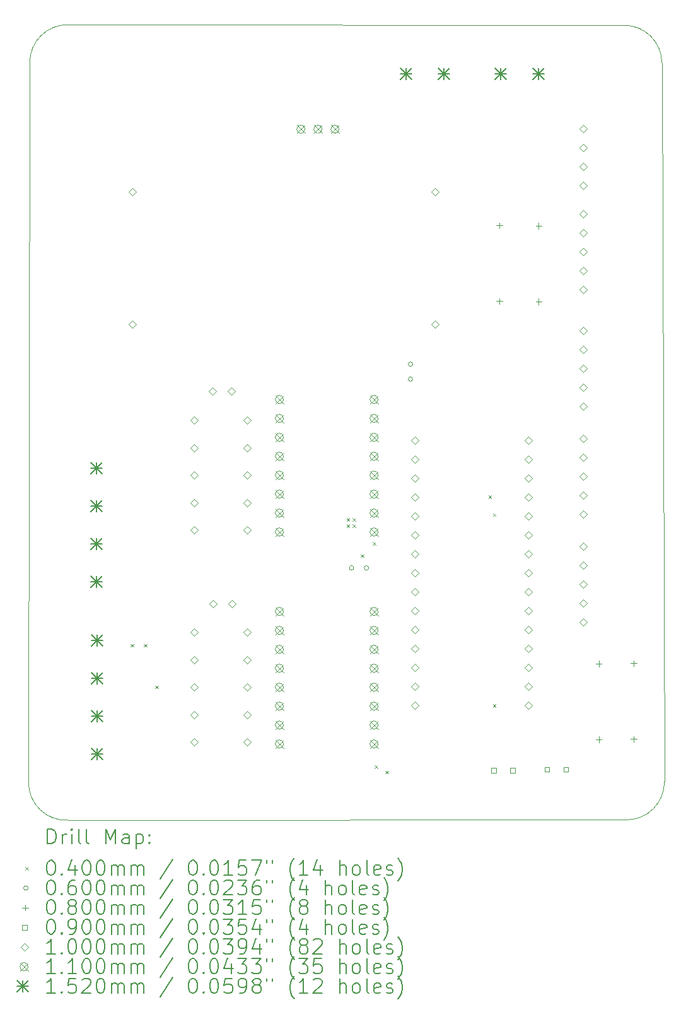
<source format=gbr>
%TF.GenerationSoftware,KiCad,Pcbnew,7.0.8*%
%TF.CreationDate,2024-03-19T23:20:15-04:00*%
%TF.ProjectId,TechDevPCB,54656368-4465-4765-9043-422e6b696361,rev?*%
%TF.SameCoordinates,Original*%
%TF.FileFunction,Drillmap*%
%TF.FilePolarity,Positive*%
%FSLAX45Y45*%
G04 Gerber Fmt 4.5, Leading zero omitted, Abs format (unit mm)*
G04 Created by KiCad (PCBNEW 7.0.8) date 2024-03-19 23:20:15*
%MOMM*%
%LPD*%
G01*
G04 APERTURE LIST*
%ADD10C,0.100000*%
%ADD11C,0.200000*%
%ADD12C,0.040000*%
%ADD13C,0.060000*%
%ADD14C,0.080000*%
%ADD15C,0.090000*%
%ADD16C,0.110000*%
%ADD17C,0.152000*%
G04 APERTURE END LIST*
D10*
X10965180Y-3810000D02*
G75*
G03*
X10457180Y-4318000I0J-508000D01*
G01*
X18945860Y-4325620D02*
G75*
G03*
X18437860Y-3817620I-508000J0D01*
G01*
X10440234Y-13979090D02*
G75*
G03*
X10972800Y-14485620I507166J0D01*
G01*
X18470880Y-14480540D02*
G75*
G03*
X18978880Y-13972540I0J508000D01*
G01*
X10457180Y-4318000D02*
X10440233Y-13979090D01*
X18470880Y-14480540D02*
X10972800Y-14485620D01*
X18404840Y-3817620D02*
X18437860Y-3817620D01*
X10965180Y-3810000D02*
X18404840Y-3817620D01*
X18978880Y-13972540D02*
X18945860Y-4325620D01*
D11*
D12*
X11808780Y-12121200D02*
X11848780Y-12161200D01*
X11848780Y-12121200D02*
X11808780Y-12161200D01*
X11986580Y-12121200D02*
X12026580Y-12161200D01*
X12026580Y-12121200D02*
X11986580Y-12161200D01*
X12138980Y-12680000D02*
X12178980Y-12720000D01*
X12178980Y-12680000D02*
X12138980Y-12720000D01*
X14712000Y-10432100D02*
X14752000Y-10472100D01*
X14752000Y-10432100D02*
X14712000Y-10472100D01*
X14712000Y-10513380D02*
X14752000Y-10553380D01*
X14752000Y-10513380D02*
X14712000Y-10553380D01*
X14793280Y-10432100D02*
X14833280Y-10472100D01*
X14833280Y-10432100D02*
X14793280Y-10472100D01*
X14793280Y-10513380D02*
X14833280Y-10553380D01*
X14833280Y-10513380D02*
X14793280Y-10553380D01*
X14899960Y-10917240D02*
X14939960Y-10957240D01*
X14939960Y-10917240D02*
X14899960Y-10957240D01*
X15065060Y-10752140D02*
X15105060Y-10792140D01*
X15105060Y-10752140D02*
X15065060Y-10792140D01*
X15085380Y-13748050D02*
X15125380Y-13788050D01*
X15125380Y-13748050D02*
X15085380Y-13788050D01*
X15232700Y-13823000D02*
X15272700Y-13863000D01*
X15272700Y-13823000D02*
X15232700Y-13863000D01*
X16617000Y-10127300D02*
X16657000Y-10167300D01*
X16657000Y-10127300D02*
X16617000Y-10167300D01*
X16675420Y-10368600D02*
X16715420Y-10408600D01*
X16715420Y-10368600D02*
X16675420Y-10408600D01*
X16675420Y-12931460D02*
X16715420Y-12971460D01*
X16715420Y-12931460D02*
X16675420Y-12971460D01*
D13*
X14808380Y-11099800D02*
G75*
G03*
X14808380Y-11099800I-30000J0D01*
G01*
X15008380Y-11099800D02*
G75*
G03*
X15008380Y-11099800I-30000J0D01*
G01*
X15600200Y-8366760D02*
G75*
G03*
X15600200Y-8366760I-30000J0D01*
G01*
X15600200Y-8566760D02*
G75*
G03*
X15600200Y-8566760I-30000J0D01*
G01*
D14*
X16764000Y-6464940D02*
X16764000Y-6544940D01*
X16724000Y-6504940D02*
X16804000Y-6504940D01*
X16764000Y-7480940D02*
X16764000Y-7560940D01*
X16724000Y-7520940D02*
X16804000Y-7520940D01*
X17292320Y-6470020D02*
X17292320Y-6550020D01*
X17252320Y-6510020D02*
X17332320Y-6510020D01*
X17292320Y-7486020D02*
X17292320Y-7566020D01*
X17252320Y-7526020D02*
X17332320Y-7526020D01*
X18097500Y-12345040D02*
X18097500Y-12425040D01*
X18057500Y-12385040D02*
X18137500Y-12385040D01*
X18097500Y-13361040D02*
X18097500Y-13441040D01*
X18057500Y-13401040D02*
X18137500Y-13401040D01*
X18567400Y-12339960D02*
X18567400Y-12419960D01*
X18527400Y-12379960D02*
X18607400Y-12379960D01*
X18567400Y-13355960D02*
X18567400Y-13435960D01*
X18527400Y-13395960D02*
X18607400Y-13395960D01*
D15*
X16717080Y-13849420D02*
X16717080Y-13785780D01*
X16653440Y-13785780D01*
X16653440Y-13849420D01*
X16717080Y-13849420D01*
X16971080Y-13849420D02*
X16971080Y-13785780D01*
X16907440Y-13785780D01*
X16907440Y-13849420D01*
X16971080Y-13849420D01*
X17433360Y-13836720D02*
X17433360Y-13773080D01*
X17369720Y-13773080D01*
X17369720Y-13836720D01*
X17433360Y-13836720D01*
X17687360Y-13836720D02*
X17687360Y-13773080D01*
X17623720Y-13773080D01*
X17623720Y-13836720D01*
X17687360Y-13836720D01*
D10*
X11839240Y-6103910D02*
X11889240Y-6053910D01*
X11839240Y-6003910D01*
X11789240Y-6053910D01*
X11839240Y-6103910D01*
X11839240Y-7881910D02*
X11889240Y-7831910D01*
X11839240Y-7781910D01*
X11789240Y-7831910D01*
X11839240Y-7881910D01*
X12666980Y-9168600D02*
X12716980Y-9118600D01*
X12666980Y-9068600D01*
X12616980Y-9118600D01*
X12666980Y-9168600D01*
X12666980Y-9536900D02*
X12716980Y-9486900D01*
X12666980Y-9436900D01*
X12616980Y-9486900D01*
X12666980Y-9536900D01*
X12666980Y-9905200D02*
X12716980Y-9855200D01*
X12666980Y-9805200D01*
X12616980Y-9855200D01*
X12666980Y-9905200D01*
X12666980Y-10273500D02*
X12716980Y-10223500D01*
X12666980Y-10173500D01*
X12616980Y-10223500D01*
X12666980Y-10273500D01*
X12666980Y-10641800D02*
X12716980Y-10591800D01*
X12666980Y-10541800D01*
X12616980Y-10591800D01*
X12666980Y-10641800D01*
X12666980Y-12013400D02*
X12716980Y-11963400D01*
X12666980Y-11913400D01*
X12616980Y-11963400D01*
X12666980Y-12013400D01*
X12666980Y-12381700D02*
X12716980Y-12331700D01*
X12666980Y-12281700D01*
X12616980Y-12331700D01*
X12666980Y-12381700D01*
X12666980Y-12750000D02*
X12716980Y-12700000D01*
X12666980Y-12650000D01*
X12616980Y-12700000D01*
X12666980Y-12750000D01*
X12666980Y-13118300D02*
X12716980Y-13068300D01*
X12666980Y-13018300D01*
X12616980Y-13068300D01*
X12666980Y-13118300D01*
X12666980Y-13486600D02*
X12716980Y-13436600D01*
X12666980Y-13386600D01*
X12616980Y-13436600D01*
X12666980Y-13486600D01*
X12908280Y-8774900D02*
X12958280Y-8724900D01*
X12908280Y-8674900D01*
X12858280Y-8724900D01*
X12908280Y-8774900D01*
X12920980Y-11632400D02*
X12970980Y-11582400D01*
X12920980Y-11532400D01*
X12870980Y-11582400D01*
X12920980Y-11632400D01*
X13162280Y-8774900D02*
X13212280Y-8724900D01*
X13162280Y-8674900D01*
X13112280Y-8724900D01*
X13162280Y-8774900D01*
X13174980Y-11632400D02*
X13224980Y-11582400D01*
X13174980Y-11532400D01*
X13124980Y-11582400D01*
X13174980Y-11632400D01*
X13378180Y-9168600D02*
X13428180Y-9118600D01*
X13378180Y-9068600D01*
X13328180Y-9118600D01*
X13378180Y-9168600D01*
X13378180Y-9536900D02*
X13428180Y-9486900D01*
X13378180Y-9436900D01*
X13328180Y-9486900D01*
X13378180Y-9536900D01*
X13378180Y-9905200D02*
X13428180Y-9855200D01*
X13378180Y-9805200D01*
X13328180Y-9855200D01*
X13378180Y-9905200D01*
X13378180Y-10273500D02*
X13428180Y-10223500D01*
X13378180Y-10173500D01*
X13328180Y-10223500D01*
X13378180Y-10273500D01*
X13378180Y-10641800D02*
X13428180Y-10591800D01*
X13378180Y-10541800D01*
X13328180Y-10591800D01*
X13378180Y-10641800D01*
X13378180Y-12013400D02*
X13428180Y-11963400D01*
X13378180Y-11913400D01*
X13328180Y-11963400D01*
X13378180Y-12013400D01*
X13378180Y-12381700D02*
X13428180Y-12331700D01*
X13378180Y-12281700D01*
X13328180Y-12331700D01*
X13378180Y-12381700D01*
X13378180Y-12750000D02*
X13428180Y-12700000D01*
X13378180Y-12650000D01*
X13328180Y-12700000D01*
X13378180Y-12750000D01*
X13378180Y-13118300D02*
X13428180Y-13068300D01*
X13378180Y-13018300D01*
X13328180Y-13068300D01*
X13378180Y-13118300D01*
X13378180Y-13486600D02*
X13428180Y-13436600D01*
X13378180Y-13386600D01*
X13328180Y-13436600D01*
X13378180Y-13486600D01*
X15626080Y-9435300D02*
X15676080Y-9385300D01*
X15626080Y-9335300D01*
X15576080Y-9385300D01*
X15626080Y-9435300D01*
X15626080Y-9689300D02*
X15676080Y-9639300D01*
X15626080Y-9589300D01*
X15576080Y-9639300D01*
X15626080Y-9689300D01*
X15626080Y-9943300D02*
X15676080Y-9893300D01*
X15626080Y-9843300D01*
X15576080Y-9893300D01*
X15626080Y-9943300D01*
X15626080Y-10197300D02*
X15676080Y-10147300D01*
X15626080Y-10097300D01*
X15576080Y-10147300D01*
X15626080Y-10197300D01*
X15626080Y-10451300D02*
X15676080Y-10401300D01*
X15626080Y-10351300D01*
X15576080Y-10401300D01*
X15626080Y-10451300D01*
X15626080Y-10705300D02*
X15676080Y-10655300D01*
X15626080Y-10605300D01*
X15576080Y-10655300D01*
X15626080Y-10705300D01*
X15626080Y-10959300D02*
X15676080Y-10909300D01*
X15626080Y-10859300D01*
X15576080Y-10909300D01*
X15626080Y-10959300D01*
X15626080Y-11213300D02*
X15676080Y-11163300D01*
X15626080Y-11113300D01*
X15576080Y-11163300D01*
X15626080Y-11213300D01*
X15626080Y-11467300D02*
X15676080Y-11417300D01*
X15626080Y-11367300D01*
X15576080Y-11417300D01*
X15626080Y-11467300D01*
X15626080Y-11721300D02*
X15676080Y-11671300D01*
X15626080Y-11621300D01*
X15576080Y-11671300D01*
X15626080Y-11721300D01*
X15626080Y-11975300D02*
X15676080Y-11925300D01*
X15626080Y-11875300D01*
X15576080Y-11925300D01*
X15626080Y-11975300D01*
X15626080Y-12229300D02*
X15676080Y-12179300D01*
X15626080Y-12129300D01*
X15576080Y-12179300D01*
X15626080Y-12229300D01*
X15626080Y-12483300D02*
X15676080Y-12433300D01*
X15626080Y-12383300D01*
X15576080Y-12433300D01*
X15626080Y-12483300D01*
X15626080Y-12737300D02*
X15676080Y-12687300D01*
X15626080Y-12637300D01*
X15576080Y-12687300D01*
X15626080Y-12737300D01*
X15626080Y-12991300D02*
X15676080Y-12941300D01*
X15626080Y-12891300D01*
X15576080Y-12941300D01*
X15626080Y-12991300D01*
X15903240Y-6103910D02*
X15953240Y-6053910D01*
X15903240Y-6003910D01*
X15853240Y-6053910D01*
X15903240Y-6103910D01*
X15903240Y-7881910D02*
X15953240Y-7831910D01*
X15903240Y-7781910D01*
X15853240Y-7831910D01*
X15903240Y-7881910D01*
X17150080Y-9435300D02*
X17200080Y-9385300D01*
X17150080Y-9335300D01*
X17100080Y-9385300D01*
X17150080Y-9435300D01*
X17150080Y-9689300D02*
X17200080Y-9639300D01*
X17150080Y-9589300D01*
X17100080Y-9639300D01*
X17150080Y-9689300D01*
X17150080Y-9943300D02*
X17200080Y-9893300D01*
X17150080Y-9843300D01*
X17100080Y-9893300D01*
X17150080Y-9943300D01*
X17150080Y-10197300D02*
X17200080Y-10147300D01*
X17150080Y-10097300D01*
X17100080Y-10147300D01*
X17150080Y-10197300D01*
X17150080Y-10451300D02*
X17200080Y-10401300D01*
X17150080Y-10351300D01*
X17100080Y-10401300D01*
X17150080Y-10451300D01*
X17150080Y-10705300D02*
X17200080Y-10655300D01*
X17150080Y-10605300D01*
X17100080Y-10655300D01*
X17150080Y-10705300D01*
X17150080Y-10959300D02*
X17200080Y-10909300D01*
X17150080Y-10859300D01*
X17100080Y-10909300D01*
X17150080Y-10959300D01*
X17150080Y-11213300D02*
X17200080Y-11163300D01*
X17150080Y-11113300D01*
X17100080Y-11163300D01*
X17150080Y-11213300D01*
X17150080Y-11467300D02*
X17200080Y-11417300D01*
X17150080Y-11367300D01*
X17100080Y-11417300D01*
X17150080Y-11467300D01*
X17150080Y-11721300D02*
X17200080Y-11671300D01*
X17150080Y-11621300D01*
X17100080Y-11671300D01*
X17150080Y-11721300D01*
X17150080Y-11975300D02*
X17200080Y-11925300D01*
X17150080Y-11875300D01*
X17100080Y-11925300D01*
X17150080Y-11975300D01*
X17150080Y-12229300D02*
X17200080Y-12179300D01*
X17150080Y-12129300D01*
X17100080Y-12179300D01*
X17150080Y-12229300D01*
X17150080Y-12483300D02*
X17200080Y-12433300D01*
X17150080Y-12383300D01*
X17100080Y-12433300D01*
X17150080Y-12483300D01*
X17150080Y-12737300D02*
X17200080Y-12687300D01*
X17150080Y-12637300D01*
X17100080Y-12687300D01*
X17150080Y-12737300D01*
X17150080Y-12991300D02*
X17200080Y-12941300D01*
X17150080Y-12891300D01*
X17100080Y-12941300D01*
X17150080Y-12991300D01*
X17886680Y-5257000D02*
X17936680Y-5207000D01*
X17886680Y-5157000D01*
X17836680Y-5207000D01*
X17886680Y-5257000D01*
X17886680Y-5511000D02*
X17936680Y-5461000D01*
X17886680Y-5411000D01*
X17836680Y-5461000D01*
X17886680Y-5511000D01*
X17886680Y-5765000D02*
X17936680Y-5715000D01*
X17886680Y-5665000D01*
X17836680Y-5715000D01*
X17886680Y-5765000D01*
X17886680Y-6019000D02*
X17936680Y-5969000D01*
X17886680Y-5919000D01*
X17836680Y-5969000D01*
X17886680Y-6019000D01*
X17886680Y-6400000D02*
X17936680Y-6350000D01*
X17886680Y-6300000D01*
X17836680Y-6350000D01*
X17886680Y-6400000D01*
X17886680Y-6654000D02*
X17936680Y-6604000D01*
X17886680Y-6554000D01*
X17836680Y-6604000D01*
X17886680Y-6654000D01*
X17886680Y-6908000D02*
X17936680Y-6858000D01*
X17886680Y-6808000D01*
X17836680Y-6858000D01*
X17886680Y-6908000D01*
X17886680Y-7162000D02*
X17936680Y-7112000D01*
X17886680Y-7062000D01*
X17836680Y-7112000D01*
X17886680Y-7162000D01*
X17886680Y-7416000D02*
X17936680Y-7366000D01*
X17886680Y-7316000D01*
X17836680Y-7366000D01*
X17886680Y-7416000D01*
X17886680Y-7962100D02*
X17936680Y-7912100D01*
X17886680Y-7862100D01*
X17836680Y-7912100D01*
X17886680Y-7962100D01*
X17886680Y-8216100D02*
X17936680Y-8166100D01*
X17886680Y-8116100D01*
X17836680Y-8166100D01*
X17886680Y-8216100D01*
X17886680Y-8470100D02*
X17936680Y-8420100D01*
X17886680Y-8370100D01*
X17836680Y-8420100D01*
X17886680Y-8470100D01*
X17886680Y-8724100D02*
X17936680Y-8674100D01*
X17886680Y-8624100D01*
X17836680Y-8674100D01*
X17886680Y-8724100D01*
X17886680Y-8978100D02*
X17936680Y-8928100D01*
X17886680Y-8878100D01*
X17836680Y-8928100D01*
X17886680Y-8978100D01*
X17886680Y-9409900D02*
X17936680Y-9359900D01*
X17886680Y-9309900D01*
X17836680Y-9359900D01*
X17886680Y-9409900D01*
X17886680Y-9663900D02*
X17936680Y-9613900D01*
X17886680Y-9563900D01*
X17836680Y-9613900D01*
X17886680Y-9663900D01*
X17886680Y-9917900D02*
X17936680Y-9867900D01*
X17886680Y-9817900D01*
X17836680Y-9867900D01*
X17886680Y-9917900D01*
X17886680Y-10171900D02*
X17936680Y-10121900D01*
X17886680Y-10071900D01*
X17836680Y-10121900D01*
X17886680Y-10171900D01*
X17886680Y-10425900D02*
X17936680Y-10375900D01*
X17886680Y-10325900D01*
X17836680Y-10375900D01*
X17886680Y-10425900D01*
X17886680Y-10857700D02*
X17936680Y-10807700D01*
X17886680Y-10757700D01*
X17836680Y-10807700D01*
X17886680Y-10857700D01*
X17886680Y-11111700D02*
X17936680Y-11061700D01*
X17886680Y-11011700D01*
X17836680Y-11061700D01*
X17886680Y-11111700D01*
X17886680Y-11365700D02*
X17936680Y-11315700D01*
X17886680Y-11265700D01*
X17836680Y-11315700D01*
X17886680Y-11365700D01*
X17886680Y-11619700D02*
X17936680Y-11569700D01*
X17886680Y-11519700D01*
X17836680Y-11569700D01*
X17886680Y-11619700D01*
X17886680Y-11873700D02*
X17936680Y-11823700D01*
X17886680Y-11773700D01*
X17836680Y-11823700D01*
X17886680Y-11873700D01*
D16*
X13754980Y-8784200D02*
X13864980Y-8894200D01*
X13864980Y-8784200D02*
X13754980Y-8894200D01*
X13864980Y-8839200D02*
G75*
G03*
X13864980Y-8839200I-55000J0D01*
G01*
X13754980Y-9038200D02*
X13864980Y-9148200D01*
X13864980Y-9038200D02*
X13754980Y-9148200D01*
X13864980Y-9093200D02*
G75*
G03*
X13864980Y-9093200I-55000J0D01*
G01*
X13754980Y-9292200D02*
X13864980Y-9402200D01*
X13864980Y-9292200D02*
X13754980Y-9402200D01*
X13864980Y-9347200D02*
G75*
G03*
X13864980Y-9347200I-55000J0D01*
G01*
X13754980Y-9546200D02*
X13864980Y-9656200D01*
X13864980Y-9546200D02*
X13754980Y-9656200D01*
X13864980Y-9601200D02*
G75*
G03*
X13864980Y-9601200I-55000J0D01*
G01*
X13754980Y-9800200D02*
X13864980Y-9910200D01*
X13864980Y-9800200D02*
X13754980Y-9910200D01*
X13864980Y-9855200D02*
G75*
G03*
X13864980Y-9855200I-55000J0D01*
G01*
X13754980Y-10054200D02*
X13864980Y-10164200D01*
X13864980Y-10054200D02*
X13754980Y-10164200D01*
X13864980Y-10109200D02*
G75*
G03*
X13864980Y-10109200I-55000J0D01*
G01*
X13754980Y-10308200D02*
X13864980Y-10418200D01*
X13864980Y-10308200D02*
X13754980Y-10418200D01*
X13864980Y-10363200D02*
G75*
G03*
X13864980Y-10363200I-55000J0D01*
G01*
X13754980Y-10562200D02*
X13864980Y-10672200D01*
X13864980Y-10562200D02*
X13754980Y-10672200D01*
X13864980Y-10617200D02*
G75*
G03*
X13864980Y-10617200I-55000J0D01*
G01*
X13754980Y-11629000D02*
X13864980Y-11739000D01*
X13864980Y-11629000D02*
X13754980Y-11739000D01*
X13864980Y-11684000D02*
G75*
G03*
X13864980Y-11684000I-55000J0D01*
G01*
X13754980Y-11883000D02*
X13864980Y-11993000D01*
X13864980Y-11883000D02*
X13754980Y-11993000D01*
X13864980Y-11938000D02*
G75*
G03*
X13864980Y-11938000I-55000J0D01*
G01*
X13754980Y-12137000D02*
X13864980Y-12247000D01*
X13864980Y-12137000D02*
X13754980Y-12247000D01*
X13864980Y-12192000D02*
G75*
G03*
X13864980Y-12192000I-55000J0D01*
G01*
X13754980Y-12391000D02*
X13864980Y-12501000D01*
X13864980Y-12391000D02*
X13754980Y-12501000D01*
X13864980Y-12446000D02*
G75*
G03*
X13864980Y-12446000I-55000J0D01*
G01*
X13754980Y-12645000D02*
X13864980Y-12755000D01*
X13864980Y-12645000D02*
X13754980Y-12755000D01*
X13864980Y-12700000D02*
G75*
G03*
X13864980Y-12700000I-55000J0D01*
G01*
X13754980Y-12899000D02*
X13864980Y-13009000D01*
X13864980Y-12899000D02*
X13754980Y-13009000D01*
X13864980Y-12954000D02*
G75*
G03*
X13864980Y-12954000I-55000J0D01*
G01*
X13754980Y-13153000D02*
X13864980Y-13263000D01*
X13864980Y-13153000D02*
X13754980Y-13263000D01*
X13864980Y-13208000D02*
G75*
G03*
X13864980Y-13208000I-55000J0D01*
G01*
X13754980Y-13407000D02*
X13864980Y-13517000D01*
X13864980Y-13407000D02*
X13754980Y-13517000D01*
X13864980Y-13462000D02*
G75*
G03*
X13864980Y-13462000I-55000J0D01*
G01*
X14042000Y-5157080D02*
X14152000Y-5267080D01*
X14152000Y-5157080D02*
X14042000Y-5267080D01*
X14152000Y-5212080D02*
G75*
G03*
X14152000Y-5212080I-55000J0D01*
G01*
X14271000Y-5157080D02*
X14381000Y-5267080D01*
X14381000Y-5157080D02*
X14271000Y-5267080D01*
X14381000Y-5212080D02*
G75*
G03*
X14381000Y-5212080I-55000J0D01*
G01*
X14500000Y-5157080D02*
X14610000Y-5267080D01*
X14610000Y-5157080D02*
X14500000Y-5267080D01*
X14610000Y-5212080D02*
G75*
G03*
X14610000Y-5212080I-55000J0D01*
G01*
X15024980Y-8784200D02*
X15134980Y-8894200D01*
X15134980Y-8784200D02*
X15024980Y-8894200D01*
X15134980Y-8839200D02*
G75*
G03*
X15134980Y-8839200I-55000J0D01*
G01*
X15024980Y-9038200D02*
X15134980Y-9148200D01*
X15134980Y-9038200D02*
X15024980Y-9148200D01*
X15134980Y-9093200D02*
G75*
G03*
X15134980Y-9093200I-55000J0D01*
G01*
X15024980Y-9292200D02*
X15134980Y-9402200D01*
X15134980Y-9292200D02*
X15024980Y-9402200D01*
X15134980Y-9347200D02*
G75*
G03*
X15134980Y-9347200I-55000J0D01*
G01*
X15024980Y-9546200D02*
X15134980Y-9656200D01*
X15134980Y-9546200D02*
X15024980Y-9656200D01*
X15134980Y-9601200D02*
G75*
G03*
X15134980Y-9601200I-55000J0D01*
G01*
X15024980Y-9800200D02*
X15134980Y-9910200D01*
X15134980Y-9800200D02*
X15024980Y-9910200D01*
X15134980Y-9855200D02*
G75*
G03*
X15134980Y-9855200I-55000J0D01*
G01*
X15024980Y-10054200D02*
X15134980Y-10164200D01*
X15134980Y-10054200D02*
X15024980Y-10164200D01*
X15134980Y-10109200D02*
G75*
G03*
X15134980Y-10109200I-55000J0D01*
G01*
X15024980Y-10308200D02*
X15134980Y-10418200D01*
X15134980Y-10308200D02*
X15024980Y-10418200D01*
X15134980Y-10363200D02*
G75*
G03*
X15134980Y-10363200I-55000J0D01*
G01*
X15024980Y-10562200D02*
X15134980Y-10672200D01*
X15134980Y-10562200D02*
X15024980Y-10672200D01*
X15134980Y-10617200D02*
G75*
G03*
X15134980Y-10617200I-55000J0D01*
G01*
X15024980Y-11629000D02*
X15134980Y-11739000D01*
X15134980Y-11629000D02*
X15024980Y-11739000D01*
X15134980Y-11684000D02*
G75*
G03*
X15134980Y-11684000I-55000J0D01*
G01*
X15024980Y-11883000D02*
X15134980Y-11993000D01*
X15134980Y-11883000D02*
X15024980Y-11993000D01*
X15134980Y-11938000D02*
G75*
G03*
X15134980Y-11938000I-55000J0D01*
G01*
X15024980Y-12137000D02*
X15134980Y-12247000D01*
X15134980Y-12137000D02*
X15024980Y-12247000D01*
X15134980Y-12192000D02*
G75*
G03*
X15134980Y-12192000I-55000J0D01*
G01*
X15024980Y-12391000D02*
X15134980Y-12501000D01*
X15134980Y-12391000D02*
X15024980Y-12501000D01*
X15134980Y-12446000D02*
G75*
G03*
X15134980Y-12446000I-55000J0D01*
G01*
X15024980Y-12645000D02*
X15134980Y-12755000D01*
X15134980Y-12645000D02*
X15024980Y-12755000D01*
X15134980Y-12700000D02*
G75*
G03*
X15134980Y-12700000I-55000J0D01*
G01*
X15024980Y-12899000D02*
X15134980Y-13009000D01*
X15134980Y-12899000D02*
X15024980Y-13009000D01*
X15134980Y-12954000D02*
G75*
G03*
X15134980Y-12954000I-55000J0D01*
G01*
X15024980Y-13153000D02*
X15134980Y-13263000D01*
X15134980Y-13153000D02*
X15024980Y-13263000D01*
X15134980Y-13208000D02*
G75*
G03*
X15134980Y-13208000I-55000J0D01*
G01*
X15024980Y-13407000D02*
X15134980Y-13517000D01*
X15134980Y-13407000D02*
X15024980Y-13517000D01*
X15134980Y-13462000D02*
G75*
G03*
X15134980Y-13462000I-55000J0D01*
G01*
D17*
X11280340Y-9687760D02*
X11432340Y-9839760D01*
X11432340Y-9687760D02*
X11280340Y-9839760D01*
X11356340Y-9687760D02*
X11356340Y-9839760D01*
X11280340Y-9763760D02*
X11432340Y-9763760D01*
X11280340Y-10195760D02*
X11432340Y-10347760D01*
X11432340Y-10195760D02*
X11280340Y-10347760D01*
X11356340Y-10195760D02*
X11356340Y-10347760D01*
X11280340Y-10271760D02*
X11432340Y-10271760D01*
X11280340Y-10703760D02*
X11432340Y-10855760D01*
X11432340Y-10703760D02*
X11280340Y-10855760D01*
X11356340Y-10703760D02*
X11356340Y-10855760D01*
X11280340Y-10779760D02*
X11432340Y-10779760D01*
X11280340Y-11211760D02*
X11432340Y-11363760D01*
X11432340Y-11211760D02*
X11280340Y-11363760D01*
X11356340Y-11211760D02*
X11356340Y-11363760D01*
X11280340Y-11287760D02*
X11432340Y-11287760D01*
X11285420Y-11996620D02*
X11437420Y-12148620D01*
X11437420Y-11996620D02*
X11285420Y-12148620D01*
X11361420Y-11996620D02*
X11361420Y-12148620D01*
X11285420Y-12072620D02*
X11437420Y-12072620D01*
X11285420Y-12504620D02*
X11437420Y-12656620D01*
X11437420Y-12504620D02*
X11285420Y-12656620D01*
X11361420Y-12504620D02*
X11361420Y-12656620D01*
X11285420Y-12580620D02*
X11437420Y-12580620D01*
X11285420Y-13012620D02*
X11437420Y-13164620D01*
X11437420Y-13012620D02*
X11285420Y-13164620D01*
X11361420Y-13012620D02*
X11361420Y-13164620D01*
X11285420Y-13088620D02*
X11437420Y-13088620D01*
X11285420Y-13520620D02*
X11437420Y-13672620D01*
X11437420Y-13520620D02*
X11285420Y-13672620D01*
X11361420Y-13520620D02*
X11361420Y-13672620D01*
X11285420Y-13596620D02*
X11437420Y-13596620D01*
X15435780Y-4394400D02*
X15587780Y-4546400D01*
X15587780Y-4394400D02*
X15435780Y-4546400D01*
X15511780Y-4394400D02*
X15511780Y-4546400D01*
X15435780Y-4470400D02*
X15587780Y-4470400D01*
X15943780Y-4394400D02*
X16095780Y-4546400D01*
X16095780Y-4394400D02*
X15943780Y-4546400D01*
X16019780Y-4394400D02*
X16019780Y-4546400D01*
X15943780Y-4470400D02*
X16095780Y-4470400D01*
X16705780Y-4394400D02*
X16857780Y-4546400D01*
X16857780Y-4394400D02*
X16705780Y-4546400D01*
X16781780Y-4394400D02*
X16781780Y-4546400D01*
X16705780Y-4470400D02*
X16857780Y-4470400D01*
X17213780Y-4394400D02*
X17365780Y-4546400D01*
X17365780Y-4394400D02*
X17213780Y-4546400D01*
X17289780Y-4394400D02*
X17289780Y-4546400D01*
X17213780Y-4470400D02*
X17365780Y-4470400D01*
D11*
X10696010Y-14802740D02*
X10696010Y-14602740D01*
X10696010Y-14602740D02*
X10743629Y-14602740D01*
X10743629Y-14602740D02*
X10772201Y-14612264D01*
X10772201Y-14612264D02*
X10791248Y-14631311D01*
X10791248Y-14631311D02*
X10800772Y-14650359D01*
X10800772Y-14650359D02*
X10810296Y-14688454D01*
X10810296Y-14688454D02*
X10810296Y-14717026D01*
X10810296Y-14717026D02*
X10800772Y-14755121D01*
X10800772Y-14755121D02*
X10791248Y-14774169D01*
X10791248Y-14774169D02*
X10772201Y-14793216D01*
X10772201Y-14793216D02*
X10743629Y-14802740D01*
X10743629Y-14802740D02*
X10696010Y-14802740D01*
X10896010Y-14802740D02*
X10896010Y-14669407D01*
X10896010Y-14707502D02*
X10905534Y-14688454D01*
X10905534Y-14688454D02*
X10915058Y-14678930D01*
X10915058Y-14678930D02*
X10934105Y-14669407D01*
X10934105Y-14669407D02*
X10953153Y-14669407D01*
X11019820Y-14802740D02*
X11019820Y-14669407D01*
X11019820Y-14602740D02*
X11010296Y-14612264D01*
X11010296Y-14612264D02*
X11019820Y-14621788D01*
X11019820Y-14621788D02*
X11029343Y-14612264D01*
X11029343Y-14612264D02*
X11019820Y-14602740D01*
X11019820Y-14602740D02*
X11019820Y-14621788D01*
X11143629Y-14802740D02*
X11124582Y-14793216D01*
X11124582Y-14793216D02*
X11115058Y-14774169D01*
X11115058Y-14774169D02*
X11115058Y-14602740D01*
X11248391Y-14802740D02*
X11229343Y-14793216D01*
X11229343Y-14793216D02*
X11219820Y-14774169D01*
X11219820Y-14774169D02*
X11219820Y-14602740D01*
X11476962Y-14802740D02*
X11476962Y-14602740D01*
X11476962Y-14602740D02*
X11543629Y-14745597D01*
X11543629Y-14745597D02*
X11610296Y-14602740D01*
X11610296Y-14602740D02*
X11610296Y-14802740D01*
X11791248Y-14802740D02*
X11791248Y-14697978D01*
X11791248Y-14697978D02*
X11781724Y-14678930D01*
X11781724Y-14678930D02*
X11762677Y-14669407D01*
X11762677Y-14669407D02*
X11724581Y-14669407D01*
X11724581Y-14669407D02*
X11705534Y-14678930D01*
X11791248Y-14793216D02*
X11772201Y-14802740D01*
X11772201Y-14802740D02*
X11724581Y-14802740D01*
X11724581Y-14802740D02*
X11705534Y-14793216D01*
X11705534Y-14793216D02*
X11696010Y-14774169D01*
X11696010Y-14774169D02*
X11696010Y-14755121D01*
X11696010Y-14755121D02*
X11705534Y-14736073D01*
X11705534Y-14736073D02*
X11724581Y-14726550D01*
X11724581Y-14726550D02*
X11772201Y-14726550D01*
X11772201Y-14726550D02*
X11791248Y-14717026D01*
X11886486Y-14669407D02*
X11886486Y-14869407D01*
X11886486Y-14678930D02*
X11905534Y-14669407D01*
X11905534Y-14669407D02*
X11943629Y-14669407D01*
X11943629Y-14669407D02*
X11962677Y-14678930D01*
X11962677Y-14678930D02*
X11972201Y-14688454D01*
X11972201Y-14688454D02*
X11981724Y-14707502D01*
X11981724Y-14707502D02*
X11981724Y-14764645D01*
X11981724Y-14764645D02*
X11972201Y-14783692D01*
X11972201Y-14783692D02*
X11962677Y-14793216D01*
X11962677Y-14793216D02*
X11943629Y-14802740D01*
X11943629Y-14802740D02*
X11905534Y-14802740D01*
X11905534Y-14802740D02*
X11886486Y-14793216D01*
X12067439Y-14783692D02*
X12076962Y-14793216D01*
X12076962Y-14793216D02*
X12067439Y-14802740D01*
X12067439Y-14802740D02*
X12057915Y-14793216D01*
X12057915Y-14793216D02*
X12067439Y-14783692D01*
X12067439Y-14783692D02*
X12067439Y-14802740D01*
X12067439Y-14678930D02*
X12076962Y-14688454D01*
X12076962Y-14688454D02*
X12067439Y-14697978D01*
X12067439Y-14697978D02*
X12057915Y-14688454D01*
X12057915Y-14688454D02*
X12067439Y-14678930D01*
X12067439Y-14678930D02*
X12067439Y-14697978D01*
D12*
X10395233Y-15111256D02*
X10435233Y-15151256D01*
X10435233Y-15111256D02*
X10395233Y-15151256D01*
D11*
X10734105Y-15022740D02*
X10753153Y-15022740D01*
X10753153Y-15022740D02*
X10772201Y-15032264D01*
X10772201Y-15032264D02*
X10781724Y-15041788D01*
X10781724Y-15041788D02*
X10791248Y-15060835D01*
X10791248Y-15060835D02*
X10800772Y-15098930D01*
X10800772Y-15098930D02*
X10800772Y-15146550D01*
X10800772Y-15146550D02*
X10791248Y-15184645D01*
X10791248Y-15184645D02*
X10781724Y-15203692D01*
X10781724Y-15203692D02*
X10772201Y-15213216D01*
X10772201Y-15213216D02*
X10753153Y-15222740D01*
X10753153Y-15222740D02*
X10734105Y-15222740D01*
X10734105Y-15222740D02*
X10715058Y-15213216D01*
X10715058Y-15213216D02*
X10705534Y-15203692D01*
X10705534Y-15203692D02*
X10696010Y-15184645D01*
X10696010Y-15184645D02*
X10686486Y-15146550D01*
X10686486Y-15146550D02*
X10686486Y-15098930D01*
X10686486Y-15098930D02*
X10696010Y-15060835D01*
X10696010Y-15060835D02*
X10705534Y-15041788D01*
X10705534Y-15041788D02*
X10715058Y-15032264D01*
X10715058Y-15032264D02*
X10734105Y-15022740D01*
X10886486Y-15203692D02*
X10896010Y-15213216D01*
X10896010Y-15213216D02*
X10886486Y-15222740D01*
X10886486Y-15222740D02*
X10876963Y-15213216D01*
X10876963Y-15213216D02*
X10886486Y-15203692D01*
X10886486Y-15203692D02*
X10886486Y-15222740D01*
X11067439Y-15089407D02*
X11067439Y-15222740D01*
X11019820Y-15013216D02*
X10972201Y-15156073D01*
X10972201Y-15156073D02*
X11096010Y-15156073D01*
X11210296Y-15022740D02*
X11229343Y-15022740D01*
X11229343Y-15022740D02*
X11248391Y-15032264D01*
X11248391Y-15032264D02*
X11257915Y-15041788D01*
X11257915Y-15041788D02*
X11267439Y-15060835D01*
X11267439Y-15060835D02*
X11276962Y-15098930D01*
X11276962Y-15098930D02*
X11276962Y-15146550D01*
X11276962Y-15146550D02*
X11267439Y-15184645D01*
X11267439Y-15184645D02*
X11257915Y-15203692D01*
X11257915Y-15203692D02*
X11248391Y-15213216D01*
X11248391Y-15213216D02*
X11229343Y-15222740D01*
X11229343Y-15222740D02*
X11210296Y-15222740D01*
X11210296Y-15222740D02*
X11191248Y-15213216D01*
X11191248Y-15213216D02*
X11181724Y-15203692D01*
X11181724Y-15203692D02*
X11172201Y-15184645D01*
X11172201Y-15184645D02*
X11162677Y-15146550D01*
X11162677Y-15146550D02*
X11162677Y-15098930D01*
X11162677Y-15098930D02*
X11172201Y-15060835D01*
X11172201Y-15060835D02*
X11181724Y-15041788D01*
X11181724Y-15041788D02*
X11191248Y-15032264D01*
X11191248Y-15032264D02*
X11210296Y-15022740D01*
X11400772Y-15022740D02*
X11419820Y-15022740D01*
X11419820Y-15022740D02*
X11438867Y-15032264D01*
X11438867Y-15032264D02*
X11448391Y-15041788D01*
X11448391Y-15041788D02*
X11457915Y-15060835D01*
X11457915Y-15060835D02*
X11467439Y-15098930D01*
X11467439Y-15098930D02*
X11467439Y-15146550D01*
X11467439Y-15146550D02*
X11457915Y-15184645D01*
X11457915Y-15184645D02*
X11448391Y-15203692D01*
X11448391Y-15203692D02*
X11438867Y-15213216D01*
X11438867Y-15213216D02*
X11419820Y-15222740D01*
X11419820Y-15222740D02*
X11400772Y-15222740D01*
X11400772Y-15222740D02*
X11381724Y-15213216D01*
X11381724Y-15213216D02*
X11372201Y-15203692D01*
X11372201Y-15203692D02*
X11362677Y-15184645D01*
X11362677Y-15184645D02*
X11353153Y-15146550D01*
X11353153Y-15146550D02*
X11353153Y-15098930D01*
X11353153Y-15098930D02*
X11362677Y-15060835D01*
X11362677Y-15060835D02*
X11372201Y-15041788D01*
X11372201Y-15041788D02*
X11381724Y-15032264D01*
X11381724Y-15032264D02*
X11400772Y-15022740D01*
X11553153Y-15222740D02*
X11553153Y-15089407D01*
X11553153Y-15108454D02*
X11562677Y-15098930D01*
X11562677Y-15098930D02*
X11581724Y-15089407D01*
X11581724Y-15089407D02*
X11610296Y-15089407D01*
X11610296Y-15089407D02*
X11629343Y-15098930D01*
X11629343Y-15098930D02*
X11638867Y-15117978D01*
X11638867Y-15117978D02*
X11638867Y-15222740D01*
X11638867Y-15117978D02*
X11648391Y-15098930D01*
X11648391Y-15098930D02*
X11667439Y-15089407D01*
X11667439Y-15089407D02*
X11696010Y-15089407D01*
X11696010Y-15089407D02*
X11715058Y-15098930D01*
X11715058Y-15098930D02*
X11724582Y-15117978D01*
X11724582Y-15117978D02*
X11724582Y-15222740D01*
X11819820Y-15222740D02*
X11819820Y-15089407D01*
X11819820Y-15108454D02*
X11829343Y-15098930D01*
X11829343Y-15098930D02*
X11848391Y-15089407D01*
X11848391Y-15089407D02*
X11876963Y-15089407D01*
X11876963Y-15089407D02*
X11896010Y-15098930D01*
X11896010Y-15098930D02*
X11905534Y-15117978D01*
X11905534Y-15117978D02*
X11905534Y-15222740D01*
X11905534Y-15117978D02*
X11915058Y-15098930D01*
X11915058Y-15098930D02*
X11934105Y-15089407D01*
X11934105Y-15089407D02*
X11962677Y-15089407D01*
X11962677Y-15089407D02*
X11981724Y-15098930D01*
X11981724Y-15098930D02*
X11991248Y-15117978D01*
X11991248Y-15117978D02*
X11991248Y-15222740D01*
X12381724Y-15013216D02*
X12210296Y-15270359D01*
X12638867Y-15022740D02*
X12657915Y-15022740D01*
X12657915Y-15022740D02*
X12676963Y-15032264D01*
X12676963Y-15032264D02*
X12686486Y-15041788D01*
X12686486Y-15041788D02*
X12696010Y-15060835D01*
X12696010Y-15060835D02*
X12705534Y-15098930D01*
X12705534Y-15098930D02*
X12705534Y-15146550D01*
X12705534Y-15146550D02*
X12696010Y-15184645D01*
X12696010Y-15184645D02*
X12686486Y-15203692D01*
X12686486Y-15203692D02*
X12676963Y-15213216D01*
X12676963Y-15213216D02*
X12657915Y-15222740D01*
X12657915Y-15222740D02*
X12638867Y-15222740D01*
X12638867Y-15222740D02*
X12619820Y-15213216D01*
X12619820Y-15213216D02*
X12610296Y-15203692D01*
X12610296Y-15203692D02*
X12600772Y-15184645D01*
X12600772Y-15184645D02*
X12591248Y-15146550D01*
X12591248Y-15146550D02*
X12591248Y-15098930D01*
X12591248Y-15098930D02*
X12600772Y-15060835D01*
X12600772Y-15060835D02*
X12610296Y-15041788D01*
X12610296Y-15041788D02*
X12619820Y-15032264D01*
X12619820Y-15032264D02*
X12638867Y-15022740D01*
X12791248Y-15203692D02*
X12800772Y-15213216D01*
X12800772Y-15213216D02*
X12791248Y-15222740D01*
X12791248Y-15222740D02*
X12781725Y-15213216D01*
X12781725Y-15213216D02*
X12791248Y-15203692D01*
X12791248Y-15203692D02*
X12791248Y-15222740D01*
X12924582Y-15022740D02*
X12943629Y-15022740D01*
X12943629Y-15022740D02*
X12962677Y-15032264D01*
X12962677Y-15032264D02*
X12972201Y-15041788D01*
X12972201Y-15041788D02*
X12981725Y-15060835D01*
X12981725Y-15060835D02*
X12991248Y-15098930D01*
X12991248Y-15098930D02*
X12991248Y-15146550D01*
X12991248Y-15146550D02*
X12981725Y-15184645D01*
X12981725Y-15184645D02*
X12972201Y-15203692D01*
X12972201Y-15203692D02*
X12962677Y-15213216D01*
X12962677Y-15213216D02*
X12943629Y-15222740D01*
X12943629Y-15222740D02*
X12924582Y-15222740D01*
X12924582Y-15222740D02*
X12905534Y-15213216D01*
X12905534Y-15213216D02*
X12896010Y-15203692D01*
X12896010Y-15203692D02*
X12886486Y-15184645D01*
X12886486Y-15184645D02*
X12876963Y-15146550D01*
X12876963Y-15146550D02*
X12876963Y-15098930D01*
X12876963Y-15098930D02*
X12886486Y-15060835D01*
X12886486Y-15060835D02*
X12896010Y-15041788D01*
X12896010Y-15041788D02*
X12905534Y-15032264D01*
X12905534Y-15032264D02*
X12924582Y-15022740D01*
X13181725Y-15222740D02*
X13067439Y-15222740D01*
X13124582Y-15222740D02*
X13124582Y-15022740D01*
X13124582Y-15022740D02*
X13105534Y-15051311D01*
X13105534Y-15051311D02*
X13086486Y-15070359D01*
X13086486Y-15070359D02*
X13067439Y-15079883D01*
X13362677Y-15022740D02*
X13267439Y-15022740D01*
X13267439Y-15022740D02*
X13257915Y-15117978D01*
X13257915Y-15117978D02*
X13267439Y-15108454D01*
X13267439Y-15108454D02*
X13286486Y-15098930D01*
X13286486Y-15098930D02*
X13334106Y-15098930D01*
X13334106Y-15098930D02*
X13353153Y-15108454D01*
X13353153Y-15108454D02*
X13362677Y-15117978D01*
X13362677Y-15117978D02*
X13372201Y-15137026D01*
X13372201Y-15137026D02*
X13372201Y-15184645D01*
X13372201Y-15184645D02*
X13362677Y-15203692D01*
X13362677Y-15203692D02*
X13353153Y-15213216D01*
X13353153Y-15213216D02*
X13334106Y-15222740D01*
X13334106Y-15222740D02*
X13286486Y-15222740D01*
X13286486Y-15222740D02*
X13267439Y-15213216D01*
X13267439Y-15213216D02*
X13257915Y-15203692D01*
X13438867Y-15022740D02*
X13572201Y-15022740D01*
X13572201Y-15022740D02*
X13486486Y-15222740D01*
X13638867Y-15022740D02*
X13638867Y-15060835D01*
X13715058Y-15022740D02*
X13715058Y-15060835D01*
X14010296Y-15298930D02*
X14000772Y-15289407D01*
X14000772Y-15289407D02*
X13981725Y-15260835D01*
X13981725Y-15260835D02*
X13972201Y-15241788D01*
X13972201Y-15241788D02*
X13962677Y-15213216D01*
X13962677Y-15213216D02*
X13953153Y-15165597D01*
X13953153Y-15165597D02*
X13953153Y-15127502D01*
X13953153Y-15127502D02*
X13962677Y-15079883D01*
X13962677Y-15079883D02*
X13972201Y-15051311D01*
X13972201Y-15051311D02*
X13981725Y-15032264D01*
X13981725Y-15032264D02*
X14000772Y-15003692D01*
X14000772Y-15003692D02*
X14010296Y-14994169D01*
X14191248Y-15222740D02*
X14076963Y-15222740D01*
X14134106Y-15222740D02*
X14134106Y-15022740D01*
X14134106Y-15022740D02*
X14115058Y-15051311D01*
X14115058Y-15051311D02*
X14096010Y-15070359D01*
X14096010Y-15070359D02*
X14076963Y-15079883D01*
X14362677Y-15089407D02*
X14362677Y-15222740D01*
X14315058Y-15013216D02*
X14267439Y-15156073D01*
X14267439Y-15156073D02*
X14391248Y-15156073D01*
X14619820Y-15222740D02*
X14619820Y-15022740D01*
X14705534Y-15222740D02*
X14705534Y-15117978D01*
X14705534Y-15117978D02*
X14696010Y-15098930D01*
X14696010Y-15098930D02*
X14676963Y-15089407D01*
X14676963Y-15089407D02*
X14648391Y-15089407D01*
X14648391Y-15089407D02*
X14629344Y-15098930D01*
X14629344Y-15098930D02*
X14619820Y-15108454D01*
X14829344Y-15222740D02*
X14810296Y-15213216D01*
X14810296Y-15213216D02*
X14800772Y-15203692D01*
X14800772Y-15203692D02*
X14791249Y-15184645D01*
X14791249Y-15184645D02*
X14791249Y-15127502D01*
X14791249Y-15127502D02*
X14800772Y-15108454D01*
X14800772Y-15108454D02*
X14810296Y-15098930D01*
X14810296Y-15098930D02*
X14829344Y-15089407D01*
X14829344Y-15089407D02*
X14857915Y-15089407D01*
X14857915Y-15089407D02*
X14876963Y-15098930D01*
X14876963Y-15098930D02*
X14886487Y-15108454D01*
X14886487Y-15108454D02*
X14896010Y-15127502D01*
X14896010Y-15127502D02*
X14896010Y-15184645D01*
X14896010Y-15184645D02*
X14886487Y-15203692D01*
X14886487Y-15203692D02*
X14876963Y-15213216D01*
X14876963Y-15213216D02*
X14857915Y-15222740D01*
X14857915Y-15222740D02*
X14829344Y-15222740D01*
X15010296Y-15222740D02*
X14991249Y-15213216D01*
X14991249Y-15213216D02*
X14981725Y-15194169D01*
X14981725Y-15194169D02*
X14981725Y-15022740D01*
X15162677Y-15213216D02*
X15143630Y-15222740D01*
X15143630Y-15222740D02*
X15105534Y-15222740D01*
X15105534Y-15222740D02*
X15086487Y-15213216D01*
X15086487Y-15213216D02*
X15076963Y-15194169D01*
X15076963Y-15194169D02*
X15076963Y-15117978D01*
X15076963Y-15117978D02*
X15086487Y-15098930D01*
X15086487Y-15098930D02*
X15105534Y-15089407D01*
X15105534Y-15089407D02*
X15143630Y-15089407D01*
X15143630Y-15089407D02*
X15162677Y-15098930D01*
X15162677Y-15098930D02*
X15172201Y-15117978D01*
X15172201Y-15117978D02*
X15172201Y-15137026D01*
X15172201Y-15137026D02*
X15076963Y-15156073D01*
X15248391Y-15213216D02*
X15267439Y-15222740D01*
X15267439Y-15222740D02*
X15305534Y-15222740D01*
X15305534Y-15222740D02*
X15324582Y-15213216D01*
X15324582Y-15213216D02*
X15334106Y-15194169D01*
X15334106Y-15194169D02*
X15334106Y-15184645D01*
X15334106Y-15184645D02*
X15324582Y-15165597D01*
X15324582Y-15165597D02*
X15305534Y-15156073D01*
X15305534Y-15156073D02*
X15276963Y-15156073D01*
X15276963Y-15156073D02*
X15257915Y-15146550D01*
X15257915Y-15146550D02*
X15248391Y-15127502D01*
X15248391Y-15127502D02*
X15248391Y-15117978D01*
X15248391Y-15117978D02*
X15257915Y-15098930D01*
X15257915Y-15098930D02*
X15276963Y-15089407D01*
X15276963Y-15089407D02*
X15305534Y-15089407D01*
X15305534Y-15089407D02*
X15324582Y-15098930D01*
X15400772Y-15298930D02*
X15410296Y-15289407D01*
X15410296Y-15289407D02*
X15429344Y-15260835D01*
X15429344Y-15260835D02*
X15438868Y-15241788D01*
X15438868Y-15241788D02*
X15448391Y-15213216D01*
X15448391Y-15213216D02*
X15457915Y-15165597D01*
X15457915Y-15165597D02*
X15457915Y-15127502D01*
X15457915Y-15127502D02*
X15448391Y-15079883D01*
X15448391Y-15079883D02*
X15438868Y-15051311D01*
X15438868Y-15051311D02*
X15429344Y-15032264D01*
X15429344Y-15032264D02*
X15410296Y-15003692D01*
X15410296Y-15003692D02*
X15400772Y-14994169D01*
D13*
X10435233Y-15395256D02*
G75*
G03*
X10435233Y-15395256I-30000J0D01*
G01*
D11*
X10734105Y-15286740D02*
X10753153Y-15286740D01*
X10753153Y-15286740D02*
X10772201Y-15296264D01*
X10772201Y-15296264D02*
X10781724Y-15305788D01*
X10781724Y-15305788D02*
X10791248Y-15324835D01*
X10791248Y-15324835D02*
X10800772Y-15362930D01*
X10800772Y-15362930D02*
X10800772Y-15410550D01*
X10800772Y-15410550D02*
X10791248Y-15448645D01*
X10791248Y-15448645D02*
X10781724Y-15467692D01*
X10781724Y-15467692D02*
X10772201Y-15477216D01*
X10772201Y-15477216D02*
X10753153Y-15486740D01*
X10753153Y-15486740D02*
X10734105Y-15486740D01*
X10734105Y-15486740D02*
X10715058Y-15477216D01*
X10715058Y-15477216D02*
X10705534Y-15467692D01*
X10705534Y-15467692D02*
X10696010Y-15448645D01*
X10696010Y-15448645D02*
X10686486Y-15410550D01*
X10686486Y-15410550D02*
X10686486Y-15362930D01*
X10686486Y-15362930D02*
X10696010Y-15324835D01*
X10696010Y-15324835D02*
X10705534Y-15305788D01*
X10705534Y-15305788D02*
X10715058Y-15296264D01*
X10715058Y-15296264D02*
X10734105Y-15286740D01*
X10886486Y-15467692D02*
X10896010Y-15477216D01*
X10896010Y-15477216D02*
X10886486Y-15486740D01*
X10886486Y-15486740D02*
X10876963Y-15477216D01*
X10876963Y-15477216D02*
X10886486Y-15467692D01*
X10886486Y-15467692D02*
X10886486Y-15486740D01*
X11067439Y-15286740D02*
X11029343Y-15286740D01*
X11029343Y-15286740D02*
X11010296Y-15296264D01*
X11010296Y-15296264D02*
X11000772Y-15305788D01*
X11000772Y-15305788D02*
X10981724Y-15334359D01*
X10981724Y-15334359D02*
X10972201Y-15372454D01*
X10972201Y-15372454D02*
X10972201Y-15448645D01*
X10972201Y-15448645D02*
X10981724Y-15467692D01*
X10981724Y-15467692D02*
X10991248Y-15477216D01*
X10991248Y-15477216D02*
X11010296Y-15486740D01*
X11010296Y-15486740D02*
X11048391Y-15486740D01*
X11048391Y-15486740D02*
X11067439Y-15477216D01*
X11067439Y-15477216D02*
X11076963Y-15467692D01*
X11076963Y-15467692D02*
X11086486Y-15448645D01*
X11086486Y-15448645D02*
X11086486Y-15401026D01*
X11086486Y-15401026D02*
X11076963Y-15381978D01*
X11076963Y-15381978D02*
X11067439Y-15372454D01*
X11067439Y-15372454D02*
X11048391Y-15362930D01*
X11048391Y-15362930D02*
X11010296Y-15362930D01*
X11010296Y-15362930D02*
X10991248Y-15372454D01*
X10991248Y-15372454D02*
X10981724Y-15381978D01*
X10981724Y-15381978D02*
X10972201Y-15401026D01*
X11210296Y-15286740D02*
X11229343Y-15286740D01*
X11229343Y-15286740D02*
X11248391Y-15296264D01*
X11248391Y-15296264D02*
X11257915Y-15305788D01*
X11257915Y-15305788D02*
X11267439Y-15324835D01*
X11267439Y-15324835D02*
X11276962Y-15362930D01*
X11276962Y-15362930D02*
X11276962Y-15410550D01*
X11276962Y-15410550D02*
X11267439Y-15448645D01*
X11267439Y-15448645D02*
X11257915Y-15467692D01*
X11257915Y-15467692D02*
X11248391Y-15477216D01*
X11248391Y-15477216D02*
X11229343Y-15486740D01*
X11229343Y-15486740D02*
X11210296Y-15486740D01*
X11210296Y-15486740D02*
X11191248Y-15477216D01*
X11191248Y-15477216D02*
X11181724Y-15467692D01*
X11181724Y-15467692D02*
X11172201Y-15448645D01*
X11172201Y-15448645D02*
X11162677Y-15410550D01*
X11162677Y-15410550D02*
X11162677Y-15362930D01*
X11162677Y-15362930D02*
X11172201Y-15324835D01*
X11172201Y-15324835D02*
X11181724Y-15305788D01*
X11181724Y-15305788D02*
X11191248Y-15296264D01*
X11191248Y-15296264D02*
X11210296Y-15286740D01*
X11400772Y-15286740D02*
X11419820Y-15286740D01*
X11419820Y-15286740D02*
X11438867Y-15296264D01*
X11438867Y-15296264D02*
X11448391Y-15305788D01*
X11448391Y-15305788D02*
X11457915Y-15324835D01*
X11457915Y-15324835D02*
X11467439Y-15362930D01*
X11467439Y-15362930D02*
X11467439Y-15410550D01*
X11467439Y-15410550D02*
X11457915Y-15448645D01*
X11457915Y-15448645D02*
X11448391Y-15467692D01*
X11448391Y-15467692D02*
X11438867Y-15477216D01*
X11438867Y-15477216D02*
X11419820Y-15486740D01*
X11419820Y-15486740D02*
X11400772Y-15486740D01*
X11400772Y-15486740D02*
X11381724Y-15477216D01*
X11381724Y-15477216D02*
X11372201Y-15467692D01*
X11372201Y-15467692D02*
X11362677Y-15448645D01*
X11362677Y-15448645D02*
X11353153Y-15410550D01*
X11353153Y-15410550D02*
X11353153Y-15362930D01*
X11353153Y-15362930D02*
X11362677Y-15324835D01*
X11362677Y-15324835D02*
X11372201Y-15305788D01*
X11372201Y-15305788D02*
X11381724Y-15296264D01*
X11381724Y-15296264D02*
X11400772Y-15286740D01*
X11553153Y-15486740D02*
X11553153Y-15353407D01*
X11553153Y-15372454D02*
X11562677Y-15362930D01*
X11562677Y-15362930D02*
X11581724Y-15353407D01*
X11581724Y-15353407D02*
X11610296Y-15353407D01*
X11610296Y-15353407D02*
X11629343Y-15362930D01*
X11629343Y-15362930D02*
X11638867Y-15381978D01*
X11638867Y-15381978D02*
X11638867Y-15486740D01*
X11638867Y-15381978D02*
X11648391Y-15362930D01*
X11648391Y-15362930D02*
X11667439Y-15353407D01*
X11667439Y-15353407D02*
X11696010Y-15353407D01*
X11696010Y-15353407D02*
X11715058Y-15362930D01*
X11715058Y-15362930D02*
X11724582Y-15381978D01*
X11724582Y-15381978D02*
X11724582Y-15486740D01*
X11819820Y-15486740D02*
X11819820Y-15353407D01*
X11819820Y-15372454D02*
X11829343Y-15362930D01*
X11829343Y-15362930D02*
X11848391Y-15353407D01*
X11848391Y-15353407D02*
X11876963Y-15353407D01*
X11876963Y-15353407D02*
X11896010Y-15362930D01*
X11896010Y-15362930D02*
X11905534Y-15381978D01*
X11905534Y-15381978D02*
X11905534Y-15486740D01*
X11905534Y-15381978D02*
X11915058Y-15362930D01*
X11915058Y-15362930D02*
X11934105Y-15353407D01*
X11934105Y-15353407D02*
X11962677Y-15353407D01*
X11962677Y-15353407D02*
X11981724Y-15362930D01*
X11981724Y-15362930D02*
X11991248Y-15381978D01*
X11991248Y-15381978D02*
X11991248Y-15486740D01*
X12381724Y-15277216D02*
X12210296Y-15534359D01*
X12638867Y-15286740D02*
X12657915Y-15286740D01*
X12657915Y-15286740D02*
X12676963Y-15296264D01*
X12676963Y-15296264D02*
X12686486Y-15305788D01*
X12686486Y-15305788D02*
X12696010Y-15324835D01*
X12696010Y-15324835D02*
X12705534Y-15362930D01*
X12705534Y-15362930D02*
X12705534Y-15410550D01*
X12705534Y-15410550D02*
X12696010Y-15448645D01*
X12696010Y-15448645D02*
X12686486Y-15467692D01*
X12686486Y-15467692D02*
X12676963Y-15477216D01*
X12676963Y-15477216D02*
X12657915Y-15486740D01*
X12657915Y-15486740D02*
X12638867Y-15486740D01*
X12638867Y-15486740D02*
X12619820Y-15477216D01*
X12619820Y-15477216D02*
X12610296Y-15467692D01*
X12610296Y-15467692D02*
X12600772Y-15448645D01*
X12600772Y-15448645D02*
X12591248Y-15410550D01*
X12591248Y-15410550D02*
X12591248Y-15362930D01*
X12591248Y-15362930D02*
X12600772Y-15324835D01*
X12600772Y-15324835D02*
X12610296Y-15305788D01*
X12610296Y-15305788D02*
X12619820Y-15296264D01*
X12619820Y-15296264D02*
X12638867Y-15286740D01*
X12791248Y-15467692D02*
X12800772Y-15477216D01*
X12800772Y-15477216D02*
X12791248Y-15486740D01*
X12791248Y-15486740D02*
X12781725Y-15477216D01*
X12781725Y-15477216D02*
X12791248Y-15467692D01*
X12791248Y-15467692D02*
X12791248Y-15486740D01*
X12924582Y-15286740D02*
X12943629Y-15286740D01*
X12943629Y-15286740D02*
X12962677Y-15296264D01*
X12962677Y-15296264D02*
X12972201Y-15305788D01*
X12972201Y-15305788D02*
X12981725Y-15324835D01*
X12981725Y-15324835D02*
X12991248Y-15362930D01*
X12991248Y-15362930D02*
X12991248Y-15410550D01*
X12991248Y-15410550D02*
X12981725Y-15448645D01*
X12981725Y-15448645D02*
X12972201Y-15467692D01*
X12972201Y-15467692D02*
X12962677Y-15477216D01*
X12962677Y-15477216D02*
X12943629Y-15486740D01*
X12943629Y-15486740D02*
X12924582Y-15486740D01*
X12924582Y-15486740D02*
X12905534Y-15477216D01*
X12905534Y-15477216D02*
X12896010Y-15467692D01*
X12896010Y-15467692D02*
X12886486Y-15448645D01*
X12886486Y-15448645D02*
X12876963Y-15410550D01*
X12876963Y-15410550D02*
X12876963Y-15362930D01*
X12876963Y-15362930D02*
X12886486Y-15324835D01*
X12886486Y-15324835D02*
X12896010Y-15305788D01*
X12896010Y-15305788D02*
X12905534Y-15296264D01*
X12905534Y-15296264D02*
X12924582Y-15286740D01*
X13067439Y-15305788D02*
X13076963Y-15296264D01*
X13076963Y-15296264D02*
X13096010Y-15286740D01*
X13096010Y-15286740D02*
X13143629Y-15286740D01*
X13143629Y-15286740D02*
X13162677Y-15296264D01*
X13162677Y-15296264D02*
X13172201Y-15305788D01*
X13172201Y-15305788D02*
X13181725Y-15324835D01*
X13181725Y-15324835D02*
X13181725Y-15343883D01*
X13181725Y-15343883D02*
X13172201Y-15372454D01*
X13172201Y-15372454D02*
X13057915Y-15486740D01*
X13057915Y-15486740D02*
X13181725Y-15486740D01*
X13248391Y-15286740D02*
X13372201Y-15286740D01*
X13372201Y-15286740D02*
X13305534Y-15362930D01*
X13305534Y-15362930D02*
X13334106Y-15362930D01*
X13334106Y-15362930D02*
X13353153Y-15372454D01*
X13353153Y-15372454D02*
X13362677Y-15381978D01*
X13362677Y-15381978D02*
X13372201Y-15401026D01*
X13372201Y-15401026D02*
X13372201Y-15448645D01*
X13372201Y-15448645D02*
X13362677Y-15467692D01*
X13362677Y-15467692D02*
X13353153Y-15477216D01*
X13353153Y-15477216D02*
X13334106Y-15486740D01*
X13334106Y-15486740D02*
X13276963Y-15486740D01*
X13276963Y-15486740D02*
X13257915Y-15477216D01*
X13257915Y-15477216D02*
X13248391Y-15467692D01*
X13543629Y-15286740D02*
X13505534Y-15286740D01*
X13505534Y-15286740D02*
X13486486Y-15296264D01*
X13486486Y-15296264D02*
X13476963Y-15305788D01*
X13476963Y-15305788D02*
X13457915Y-15334359D01*
X13457915Y-15334359D02*
X13448391Y-15372454D01*
X13448391Y-15372454D02*
X13448391Y-15448645D01*
X13448391Y-15448645D02*
X13457915Y-15467692D01*
X13457915Y-15467692D02*
X13467439Y-15477216D01*
X13467439Y-15477216D02*
X13486486Y-15486740D01*
X13486486Y-15486740D02*
X13524582Y-15486740D01*
X13524582Y-15486740D02*
X13543629Y-15477216D01*
X13543629Y-15477216D02*
X13553153Y-15467692D01*
X13553153Y-15467692D02*
X13562677Y-15448645D01*
X13562677Y-15448645D02*
X13562677Y-15401026D01*
X13562677Y-15401026D02*
X13553153Y-15381978D01*
X13553153Y-15381978D02*
X13543629Y-15372454D01*
X13543629Y-15372454D02*
X13524582Y-15362930D01*
X13524582Y-15362930D02*
X13486486Y-15362930D01*
X13486486Y-15362930D02*
X13467439Y-15372454D01*
X13467439Y-15372454D02*
X13457915Y-15381978D01*
X13457915Y-15381978D02*
X13448391Y-15401026D01*
X13638867Y-15286740D02*
X13638867Y-15324835D01*
X13715058Y-15286740D02*
X13715058Y-15324835D01*
X14010296Y-15562930D02*
X14000772Y-15553407D01*
X14000772Y-15553407D02*
X13981725Y-15524835D01*
X13981725Y-15524835D02*
X13972201Y-15505788D01*
X13972201Y-15505788D02*
X13962677Y-15477216D01*
X13962677Y-15477216D02*
X13953153Y-15429597D01*
X13953153Y-15429597D02*
X13953153Y-15391502D01*
X13953153Y-15391502D02*
X13962677Y-15343883D01*
X13962677Y-15343883D02*
X13972201Y-15315311D01*
X13972201Y-15315311D02*
X13981725Y-15296264D01*
X13981725Y-15296264D02*
X14000772Y-15267692D01*
X14000772Y-15267692D02*
X14010296Y-15258169D01*
X14172201Y-15353407D02*
X14172201Y-15486740D01*
X14124582Y-15277216D02*
X14076963Y-15420073D01*
X14076963Y-15420073D02*
X14200772Y-15420073D01*
X14429344Y-15486740D02*
X14429344Y-15286740D01*
X14515058Y-15486740D02*
X14515058Y-15381978D01*
X14515058Y-15381978D02*
X14505534Y-15362930D01*
X14505534Y-15362930D02*
X14486487Y-15353407D01*
X14486487Y-15353407D02*
X14457915Y-15353407D01*
X14457915Y-15353407D02*
X14438868Y-15362930D01*
X14438868Y-15362930D02*
X14429344Y-15372454D01*
X14638868Y-15486740D02*
X14619820Y-15477216D01*
X14619820Y-15477216D02*
X14610296Y-15467692D01*
X14610296Y-15467692D02*
X14600772Y-15448645D01*
X14600772Y-15448645D02*
X14600772Y-15391502D01*
X14600772Y-15391502D02*
X14610296Y-15372454D01*
X14610296Y-15372454D02*
X14619820Y-15362930D01*
X14619820Y-15362930D02*
X14638868Y-15353407D01*
X14638868Y-15353407D02*
X14667439Y-15353407D01*
X14667439Y-15353407D02*
X14686487Y-15362930D01*
X14686487Y-15362930D02*
X14696010Y-15372454D01*
X14696010Y-15372454D02*
X14705534Y-15391502D01*
X14705534Y-15391502D02*
X14705534Y-15448645D01*
X14705534Y-15448645D02*
X14696010Y-15467692D01*
X14696010Y-15467692D02*
X14686487Y-15477216D01*
X14686487Y-15477216D02*
X14667439Y-15486740D01*
X14667439Y-15486740D02*
X14638868Y-15486740D01*
X14819820Y-15486740D02*
X14800772Y-15477216D01*
X14800772Y-15477216D02*
X14791249Y-15458169D01*
X14791249Y-15458169D02*
X14791249Y-15286740D01*
X14972201Y-15477216D02*
X14953153Y-15486740D01*
X14953153Y-15486740D02*
X14915058Y-15486740D01*
X14915058Y-15486740D02*
X14896010Y-15477216D01*
X14896010Y-15477216D02*
X14886487Y-15458169D01*
X14886487Y-15458169D02*
X14886487Y-15381978D01*
X14886487Y-15381978D02*
X14896010Y-15362930D01*
X14896010Y-15362930D02*
X14915058Y-15353407D01*
X14915058Y-15353407D02*
X14953153Y-15353407D01*
X14953153Y-15353407D02*
X14972201Y-15362930D01*
X14972201Y-15362930D02*
X14981725Y-15381978D01*
X14981725Y-15381978D02*
X14981725Y-15401026D01*
X14981725Y-15401026D02*
X14886487Y-15420073D01*
X15057915Y-15477216D02*
X15076963Y-15486740D01*
X15076963Y-15486740D02*
X15115058Y-15486740D01*
X15115058Y-15486740D02*
X15134106Y-15477216D01*
X15134106Y-15477216D02*
X15143630Y-15458169D01*
X15143630Y-15458169D02*
X15143630Y-15448645D01*
X15143630Y-15448645D02*
X15134106Y-15429597D01*
X15134106Y-15429597D02*
X15115058Y-15420073D01*
X15115058Y-15420073D02*
X15086487Y-15420073D01*
X15086487Y-15420073D02*
X15067439Y-15410550D01*
X15067439Y-15410550D02*
X15057915Y-15391502D01*
X15057915Y-15391502D02*
X15057915Y-15381978D01*
X15057915Y-15381978D02*
X15067439Y-15362930D01*
X15067439Y-15362930D02*
X15086487Y-15353407D01*
X15086487Y-15353407D02*
X15115058Y-15353407D01*
X15115058Y-15353407D02*
X15134106Y-15362930D01*
X15210296Y-15562930D02*
X15219820Y-15553407D01*
X15219820Y-15553407D02*
X15238868Y-15524835D01*
X15238868Y-15524835D02*
X15248391Y-15505788D01*
X15248391Y-15505788D02*
X15257915Y-15477216D01*
X15257915Y-15477216D02*
X15267439Y-15429597D01*
X15267439Y-15429597D02*
X15267439Y-15391502D01*
X15267439Y-15391502D02*
X15257915Y-15343883D01*
X15257915Y-15343883D02*
X15248391Y-15315311D01*
X15248391Y-15315311D02*
X15238868Y-15296264D01*
X15238868Y-15296264D02*
X15219820Y-15267692D01*
X15219820Y-15267692D02*
X15210296Y-15258169D01*
D14*
X10395233Y-15619256D02*
X10395233Y-15699256D01*
X10355233Y-15659256D02*
X10435233Y-15659256D01*
D11*
X10734105Y-15550740D02*
X10753153Y-15550740D01*
X10753153Y-15550740D02*
X10772201Y-15560264D01*
X10772201Y-15560264D02*
X10781724Y-15569788D01*
X10781724Y-15569788D02*
X10791248Y-15588835D01*
X10791248Y-15588835D02*
X10800772Y-15626930D01*
X10800772Y-15626930D02*
X10800772Y-15674550D01*
X10800772Y-15674550D02*
X10791248Y-15712645D01*
X10791248Y-15712645D02*
X10781724Y-15731692D01*
X10781724Y-15731692D02*
X10772201Y-15741216D01*
X10772201Y-15741216D02*
X10753153Y-15750740D01*
X10753153Y-15750740D02*
X10734105Y-15750740D01*
X10734105Y-15750740D02*
X10715058Y-15741216D01*
X10715058Y-15741216D02*
X10705534Y-15731692D01*
X10705534Y-15731692D02*
X10696010Y-15712645D01*
X10696010Y-15712645D02*
X10686486Y-15674550D01*
X10686486Y-15674550D02*
X10686486Y-15626930D01*
X10686486Y-15626930D02*
X10696010Y-15588835D01*
X10696010Y-15588835D02*
X10705534Y-15569788D01*
X10705534Y-15569788D02*
X10715058Y-15560264D01*
X10715058Y-15560264D02*
X10734105Y-15550740D01*
X10886486Y-15731692D02*
X10896010Y-15741216D01*
X10896010Y-15741216D02*
X10886486Y-15750740D01*
X10886486Y-15750740D02*
X10876963Y-15741216D01*
X10876963Y-15741216D02*
X10886486Y-15731692D01*
X10886486Y-15731692D02*
X10886486Y-15750740D01*
X11010296Y-15636454D02*
X10991248Y-15626930D01*
X10991248Y-15626930D02*
X10981724Y-15617407D01*
X10981724Y-15617407D02*
X10972201Y-15598359D01*
X10972201Y-15598359D02*
X10972201Y-15588835D01*
X10972201Y-15588835D02*
X10981724Y-15569788D01*
X10981724Y-15569788D02*
X10991248Y-15560264D01*
X10991248Y-15560264D02*
X11010296Y-15550740D01*
X11010296Y-15550740D02*
X11048391Y-15550740D01*
X11048391Y-15550740D02*
X11067439Y-15560264D01*
X11067439Y-15560264D02*
X11076963Y-15569788D01*
X11076963Y-15569788D02*
X11086486Y-15588835D01*
X11086486Y-15588835D02*
X11086486Y-15598359D01*
X11086486Y-15598359D02*
X11076963Y-15617407D01*
X11076963Y-15617407D02*
X11067439Y-15626930D01*
X11067439Y-15626930D02*
X11048391Y-15636454D01*
X11048391Y-15636454D02*
X11010296Y-15636454D01*
X11010296Y-15636454D02*
X10991248Y-15645978D01*
X10991248Y-15645978D02*
X10981724Y-15655502D01*
X10981724Y-15655502D02*
X10972201Y-15674550D01*
X10972201Y-15674550D02*
X10972201Y-15712645D01*
X10972201Y-15712645D02*
X10981724Y-15731692D01*
X10981724Y-15731692D02*
X10991248Y-15741216D01*
X10991248Y-15741216D02*
X11010296Y-15750740D01*
X11010296Y-15750740D02*
X11048391Y-15750740D01*
X11048391Y-15750740D02*
X11067439Y-15741216D01*
X11067439Y-15741216D02*
X11076963Y-15731692D01*
X11076963Y-15731692D02*
X11086486Y-15712645D01*
X11086486Y-15712645D02*
X11086486Y-15674550D01*
X11086486Y-15674550D02*
X11076963Y-15655502D01*
X11076963Y-15655502D02*
X11067439Y-15645978D01*
X11067439Y-15645978D02*
X11048391Y-15636454D01*
X11210296Y-15550740D02*
X11229343Y-15550740D01*
X11229343Y-15550740D02*
X11248391Y-15560264D01*
X11248391Y-15560264D02*
X11257915Y-15569788D01*
X11257915Y-15569788D02*
X11267439Y-15588835D01*
X11267439Y-15588835D02*
X11276962Y-15626930D01*
X11276962Y-15626930D02*
X11276962Y-15674550D01*
X11276962Y-15674550D02*
X11267439Y-15712645D01*
X11267439Y-15712645D02*
X11257915Y-15731692D01*
X11257915Y-15731692D02*
X11248391Y-15741216D01*
X11248391Y-15741216D02*
X11229343Y-15750740D01*
X11229343Y-15750740D02*
X11210296Y-15750740D01*
X11210296Y-15750740D02*
X11191248Y-15741216D01*
X11191248Y-15741216D02*
X11181724Y-15731692D01*
X11181724Y-15731692D02*
X11172201Y-15712645D01*
X11172201Y-15712645D02*
X11162677Y-15674550D01*
X11162677Y-15674550D02*
X11162677Y-15626930D01*
X11162677Y-15626930D02*
X11172201Y-15588835D01*
X11172201Y-15588835D02*
X11181724Y-15569788D01*
X11181724Y-15569788D02*
X11191248Y-15560264D01*
X11191248Y-15560264D02*
X11210296Y-15550740D01*
X11400772Y-15550740D02*
X11419820Y-15550740D01*
X11419820Y-15550740D02*
X11438867Y-15560264D01*
X11438867Y-15560264D02*
X11448391Y-15569788D01*
X11448391Y-15569788D02*
X11457915Y-15588835D01*
X11457915Y-15588835D02*
X11467439Y-15626930D01*
X11467439Y-15626930D02*
X11467439Y-15674550D01*
X11467439Y-15674550D02*
X11457915Y-15712645D01*
X11457915Y-15712645D02*
X11448391Y-15731692D01*
X11448391Y-15731692D02*
X11438867Y-15741216D01*
X11438867Y-15741216D02*
X11419820Y-15750740D01*
X11419820Y-15750740D02*
X11400772Y-15750740D01*
X11400772Y-15750740D02*
X11381724Y-15741216D01*
X11381724Y-15741216D02*
X11372201Y-15731692D01*
X11372201Y-15731692D02*
X11362677Y-15712645D01*
X11362677Y-15712645D02*
X11353153Y-15674550D01*
X11353153Y-15674550D02*
X11353153Y-15626930D01*
X11353153Y-15626930D02*
X11362677Y-15588835D01*
X11362677Y-15588835D02*
X11372201Y-15569788D01*
X11372201Y-15569788D02*
X11381724Y-15560264D01*
X11381724Y-15560264D02*
X11400772Y-15550740D01*
X11553153Y-15750740D02*
X11553153Y-15617407D01*
X11553153Y-15636454D02*
X11562677Y-15626930D01*
X11562677Y-15626930D02*
X11581724Y-15617407D01*
X11581724Y-15617407D02*
X11610296Y-15617407D01*
X11610296Y-15617407D02*
X11629343Y-15626930D01*
X11629343Y-15626930D02*
X11638867Y-15645978D01*
X11638867Y-15645978D02*
X11638867Y-15750740D01*
X11638867Y-15645978D02*
X11648391Y-15626930D01*
X11648391Y-15626930D02*
X11667439Y-15617407D01*
X11667439Y-15617407D02*
X11696010Y-15617407D01*
X11696010Y-15617407D02*
X11715058Y-15626930D01*
X11715058Y-15626930D02*
X11724582Y-15645978D01*
X11724582Y-15645978D02*
X11724582Y-15750740D01*
X11819820Y-15750740D02*
X11819820Y-15617407D01*
X11819820Y-15636454D02*
X11829343Y-15626930D01*
X11829343Y-15626930D02*
X11848391Y-15617407D01*
X11848391Y-15617407D02*
X11876963Y-15617407D01*
X11876963Y-15617407D02*
X11896010Y-15626930D01*
X11896010Y-15626930D02*
X11905534Y-15645978D01*
X11905534Y-15645978D02*
X11905534Y-15750740D01*
X11905534Y-15645978D02*
X11915058Y-15626930D01*
X11915058Y-15626930D02*
X11934105Y-15617407D01*
X11934105Y-15617407D02*
X11962677Y-15617407D01*
X11962677Y-15617407D02*
X11981724Y-15626930D01*
X11981724Y-15626930D02*
X11991248Y-15645978D01*
X11991248Y-15645978D02*
X11991248Y-15750740D01*
X12381724Y-15541216D02*
X12210296Y-15798359D01*
X12638867Y-15550740D02*
X12657915Y-15550740D01*
X12657915Y-15550740D02*
X12676963Y-15560264D01*
X12676963Y-15560264D02*
X12686486Y-15569788D01*
X12686486Y-15569788D02*
X12696010Y-15588835D01*
X12696010Y-15588835D02*
X12705534Y-15626930D01*
X12705534Y-15626930D02*
X12705534Y-15674550D01*
X12705534Y-15674550D02*
X12696010Y-15712645D01*
X12696010Y-15712645D02*
X12686486Y-15731692D01*
X12686486Y-15731692D02*
X12676963Y-15741216D01*
X12676963Y-15741216D02*
X12657915Y-15750740D01*
X12657915Y-15750740D02*
X12638867Y-15750740D01*
X12638867Y-15750740D02*
X12619820Y-15741216D01*
X12619820Y-15741216D02*
X12610296Y-15731692D01*
X12610296Y-15731692D02*
X12600772Y-15712645D01*
X12600772Y-15712645D02*
X12591248Y-15674550D01*
X12591248Y-15674550D02*
X12591248Y-15626930D01*
X12591248Y-15626930D02*
X12600772Y-15588835D01*
X12600772Y-15588835D02*
X12610296Y-15569788D01*
X12610296Y-15569788D02*
X12619820Y-15560264D01*
X12619820Y-15560264D02*
X12638867Y-15550740D01*
X12791248Y-15731692D02*
X12800772Y-15741216D01*
X12800772Y-15741216D02*
X12791248Y-15750740D01*
X12791248Y-15750740D02*
X12781725Y-15741216D01*
X12781725Y-15741216D02*
X12791248Y-15731692D01*
X12791248Y-15731692D02*
X12791248Y-15750740D01*
X12924582Y-15550740D02*
X12943629Y-15550740D01*
X12943629Y-15550740D02*
X12962677Y-15560264D01*
X12962677Y-15560264D02*
X12972201Y-15569788D01*
X12972201Y-15569788D02*
X12981725Y-15588835D01*
X12981725Y-15588835D02*
X12991248Y-15626930D01*
X12991248Y-15626930D02*
X12991248Y-15674550D01*
X12991248Y-15674550D02*
X12981725Y-15712645D01*
X12981725Y-15712645D02*
X12972201Y-15731692D01*
X12972201Y-15731692D02*
X12962677Y-15741216D01*
X12962677Y-15741216D02*
X12943629Y-15750740D01*
X12943629Y-15750740D02*
X12924582Y-15750740D01*
X12924582Y-15750740D02*
X12905534Y-15741216D01*
X12905534Y-15741216D02*
X12896010Y-15731692D01*
X12896010Y-15731692D02*
X12886486Y-15712645D01*
X12886486Y-15712645D02*
X12876963Y-15674550D01*
X12876963Y-15674550D02*
X12876963Y-15626930D01*
X12876963Y-15626930D02*
X12886486Y-15588835D01*
X12886486Y-15588835D02*
X12896010Y-15569788D01*
X12896010Y-15569788D02*
X12905534Y-15560264D01*
X12905534Y-15560264D02*
X12924582Y-15550740D01*
X13057915Y-15550740D02*
X13181725Y-15550740D01*
X13181725Y-15550740D02*
X13115058Y-15626930D01*
X13115058Y-15626930D02*
X13143629Y-15626930D01*
X13143629Y-15626930D02*
X13162677Y-15636454D01*
X13162677Y-15636454D02*
X13172201Y-15645978D01*
X13172201Y-15645978D02*
X13181725Y-15665026D01*
X13181725Y-15665026D02*
X13181725Y-15712645D01*
X13181725Y-15712645D02*
X13172201Y-15731692D01*
X13172201Y-15731692D02*
X13162677Y-15741216D01*
X13162677Y-15741216D02*
X13143629Y-15750740D01*
X13143629Y-15750740D02*
X13086486Y-15750740D01*
X13086486Y-15750740D02*
X13067439Y-15741216D01*
X13067439Y-15741216D02*
X13057915Y-15731692D01*
X13372201Y-15750740D02*
X13257915Y-15750740D01*
X13315058Y-15750740D02*
X13315058Y-15550740D01*
X13315058Y-15550740D02*
X13296010Y-15579311D01*
X13296010Y-15579311D02*
X13276963Y-15598359D01*
X13276963Y-15598359D02*
X13257915Y-15607883D01*
X13553153Y-15550740D02*
X13457915Y-15550740D01*
X13457915Y-15550740D02*
X13448391Y-15645978D01*
X13448391Y-15645978D02*
X13457915Y-15636454D01*
X13457915Y-15636454D02*
X13476963Y-15626930D01*
X13476963Y-15626930D02*
X13524582Y-15626930D01*
X13524582Y-15626930D02*
X13543629Y-15636454D01*
X13543629Y-15636454D02*
X13553153Y-15645978D01*
X13553153Y-15645978D02*
X13562677Y-15665026D01*
X13562677Y-15665026D02*
X13562677Y-15712645D01*
X13562677Y-15712645D02*
X13553153Y-15731692D01*
X13553153Y-15731692D02*
X13543629Y-15741216D01*
X13543629Y-15741216D02*
X13524582Y-15750740D01*
X13524582Y-15750740D02*
X13476963Y-15750740D01*
X13476963Y-15750740D02*
X13457915Y-15741216D01*
X13457915Y-15741216D02*
X13448391Y-15731692D01*
X13638867Y-15550740D02*
X13638867Y-15588835D01*
X13715058Y-15550740D02*
X13715058Y-15588835D01*
X14010296Y-15826930D02*
X14000772Y-15817407D01*
X14000772Y-15817407D02*
X13981725Y-15788835D01*
X13981725Y-15788835D02*
X13972201Y-15769788D01*
X13972201Y-15769788D02*
X13962677Y-15741216D01*
X13962677Y-15741216D02*
X13953153Y-15693597D01*
X13953153Y-15693597D02*
X13953153Y-15655502D01*
X13953153Y-15655502D02*
X13962677Y-15607883D01*
X13962677Y-15607883D02*
X13972201Y-15579311D01*
X13972201Y-15579311D02*
X13981725Y-15560264D01*
X13981725Y-15560264D02*
X14000772Y-15531692D01*
X14000772Y-15531692D02*
X14010296Y-15522169D01*
X14115058Y-15636454D02*
X14096010Y-15626930D01*
X14096010Y-15626930D02*
X14086487Y-15617407D01*
X14086487Y-15617407D02*
X14076963Y-15598359D01*
X14076963Y-15598359D02*
X14076963Y-15588835D01*
X14076963Y-15588835D02*
X14086487Y-15569788D01*
X14086487Y-15569788D02*
X14096010Y-15560264D01*
X14096010Y-15560264D02*
X14115058Y-15550740D01*
X14115058Y-15550740D02*
X14153153Y-15550740D01*
X14153153Y-15550740D02*
X14172201Y-15560264D01*
X14172201Y-15560264D02*
X14181725Y-15569788D01*
X14181725Y-15569788D02*
X14191248Y-15588835D01*
X14191248Y-15588835D02*
X14191248Y-15598359D01*
X14191248Y-15598359D02*
X14181725Y-15617407D01*
X14181725Y-15617407D02*
X14172201Y-15626930D01*
X14172201Y-15626930D02*
X14153153Y-15636454D01*
X14153153Y-15636454D02*
X14115058Y-15636454D01*
X14115058Y-15636454D02*
X14096010Y-15645978D01*
X14096010Y-15645978D02*
X14086487Y-15655502D01*
X14086487Y-15655502D02*
X14076963Y-15674550D01*
X14076963Y-15674550D02*
X14076963Y-15712645D01*
X14076963Y-15712645D02*
X14086487Y-15731692D01*
X14086487Y-15731692D02*
X14096010Y-15741216D01*
X14096010Y-15741216D02*
X14115058Y-15750740D01*
X14115058Y-15750740D02*
X14153153Y-15750740D01*
X14153153Y-15750740D02*
X14172201Y-15741216D01*
X14172201Y-15741216D02*
X14181725Y-15731692D01*
X14181725Y-15731692D02*
X14191248Y-15712645D01*
X14191248Y-15712645D02*
X14191248Y-15674550D01*
X14191248Y-15674550D02*
X14181725Y-15655502D01*
X14181725Y-15655502D02*
X14172201Y-15645978D01*
X14172201Y-15645978D02*
X14153153Y-15636454D01*
X14429344Y-15750740D02*
X14429344Y-15550740D01*
X14515058Y-15750740D02*
X14515058Y-15645978D01*
X14515058Y-15645978D02*
X14505534Y-15626930D01*
X14505534Y-15626930D02*
X14486487Y-15617407D01*
X14486487Y-15617407D02*
X14457915Y-15617407D01*
X14457915Y-15617407D02*
X14438868Y-15626930D01*
X14438868Y-15626930D02*
X14429344Y-15636454D01*
X14638868Y-15750740D02*
X14619820Y-15741216D01*
X14619820Y-15741216D02*
X14610296Y-15731692D01*
X14610296Y-15731692D02*
X14600772Y-15712645D01*
X14600772Y-15712645D02*
X14600772Y-15655502D01*
X14600772Y-15655502D02*
X14610296Y-15636454D01*
X14610296Y-15636454D02*
X14619820Y-15626930D01*
X14619820Y-15626930D02*
X14638868Y-15617407D01*
X14638868Y-15617407D02*
X14667439Y-15617407D01*
X14667439Y-15617407D02*
X14686487Y-15626930D01*
X14686487Y-15626930D02*
X14696010Y-15636454D01*
X14696010Y-15636454D02*
X14705534Y-15655502D01*
X14705534Y-15655502D02*
X14705534Y-15712645D01*
X14705534Y-15712645D02*
X14696010Y-15731692D01*
X14696010Y-15731692D02*
X14686487Y-15741216D01*
X14686487Y-15741216D02*
X14667439Y-15750740D01*
X14667439Y-15750740D02*
X14638868Y-15750740D01*
X14819820Y-15750740D02*
X14800772Y-15741216D01*
X14800772Y-15741216D02*
X14791249Y-15722169D01*
X14791249Y-15722169D02*
X14791249Y-15550740D01*
X14972201Y-15741216D02*
X14953153Y-15750740D01*
X14953153Y-15750740D02*
X14915058Y-15750740D01*
X14915058Y-15750740D02*
X14896010Y-15741216D01*
X14896010Y-15741216D02*
X14886487Y-15722169D01*
X14886487Y-15722169D02*
X14886487Y-15645978D01*
X14886487Y-15645978D02*
X14896010Y-15626930D01*
X14896010Y-15626930D02*
X14915058Y-15617407D01*
X14915058Y-15617407D02*
X14953153Y-15617407D01*
X14953153Y-15617407D02*
X14972201Y-15626930D01*
X14972201Y-15626930D02*
X14981725Y-15645978D01*
X14981725Y-15645978D02*
X14981725Y-15665026D01*
X14981725Y-15665026D02*
X14886487Y-15684073D01*
X15057915Y-15741216D02*
X15076963Y-15750740D01*
X15076963Y-15750740D02*
X15115058Y-15750740D01*
X15115058Y-15750740D02*
X15134106Y-15741216D01*
X15134106Y-15741216D02*
X15143630Y-15722169D01*
X15143630Y-15722169D02*
X15143630Y-15712645D01*
X15143630Y-15712645D02*
X15134106Y-15693597D01*
X15134106Y-15693597D02*
X15115058Y-15684073D01*
X15115058Y-15684073D02*
X15086487Y-15684073D01*
X15086487Y-15684073D02*
X15067439Y-15674550D01*
X15067439Y-15674550D02*
X15057915Y-15655502D01*
X15057915Y-15655502D02*
X15057915Y-15645978D01*
X15057915Y-15645978D02*
X15067439Y-15626930D01*
X15067439Y-15626930D02*
X15086487Y-15617407D01*
X15086487Y-15617407D02*
X15115058Y-15617407D01*
X15115058Y-15617407D02*
X15134106Y-15626930D01*
X15210296Y-15826930D02*
X15219820Y-15817407D01*
X15219820Y-15817407D02*
X15238868Y-15788835D01*
X15238868Y-15788835D02*
X15248391Y-15769788D01*
X15248391Y-15769788D02*
X15257915Y-15741216D01*
X15257915Y-15741216D02*
X15267439Y-15693597D01*
X15267439Y-15693597D02*
X15267439Y-15655502D01*
X15267439Y-15655502D02*
X15257915Y-15607883D01*
X15257915Y-15607883D02*
X15248391Y-15579311D01*
X15248391Y-15579311D02*
X15238868Y-15560264D01*
X15238868Y-15560264D02*
X15219820Y-15531692D01*
X15219820Y-15531692D02*
X15210296Y-15522169D01*
D15*
X10422053Y-15955076D02*
X10422053Y-15891436D01*
X10358413Y-15891436D01*
X10358413Y-15955076D01*
X10422053Y-15955076D01*
D11*
X10734105Y-15814740D02*
X10753153Y-15814740D01*
X10753153Y-15814740D02*
X10772201Y-15824264D01*
X10772201Y-15824264D02*
X10781724Y-15833788D01*
X10781724Y-15833788D02*
X10791248Y-15852835D01*
X10791248Y-15852835D02*
X10800772Y-15890930D01*
X10800772Y-15890930D02*
X10800772Y-15938550D01*
X10800772Y-15938550D02*
X10791248Y-15976645D01*
X10791248Y-15976645D02*
X10781724Y-15995692D01*
X10781724Y-15995692D02*
X10772201Y-16005216D01*
X10772201Y-16005216D02*
X10753153Y-16014740D01*
X10753153Y-16014740D02*
X10734105Y-16014740D01*
X10734105Y-16014740D02*
X10715058Y-16005216D01*
X10715058Y-16005216D02*
X10705534Y-15995692D01*
X10705534Y-15995692D02*
X10696010Y-15976645D01*
X10696010Y-15976645D02*
X10686486Y-15938550D01*
X10686486Y-15938550D02*
X10686486Y-15890930D01*
X10686486Y-15890930D02*
X10696010Y-15852835D01*
X10696010Y-15852835D02*
X10705534Y-15833788D01*
X10705534Y-15833788D02*
X10715058Y-15824264D01*
X10715058Y-15824264D02*
X10734105Y-15814740D01*
X10886486Y-15995692D02*
X10896010Y-16005216D01*
X10896010Y-16005216D02*
X10886486Y-16014740D01*
X10886486Y-16014740D02*
X10876963Y-16005216D01*
X10876963Y-16005216D02*
X10886486Y-15995692D01*
X10886486Y-15995692D02*
X10886486Y-16014740D01*
X10991248Y-16014740D02*
X11029343Y-16014740D01*
X11029343Y-16014740D02*
X11048391Y-16005216D01*
X11048391Y-16005216D02*
X11057915Y-15995692D01*
X11057915Y-15995692D02*
X11076963Y-15967121D01*
X11076963Y-15967121D02*
X11086486Y-15929026D01*
X11086486Y-15929026D02*
X11086486Y-15852835D01*
X11086486Y-15852835D02*
X11076963Y-15833788D01*
X11076963Y-15833788D02*
X11067439Y-15824264D01*
X11067439Y-15824264D02*
X11048391Y-15814740D01*
X11048391Y-15814740D02*
X11010296Y-15814740D01*
X11010296Y-15814740D02*
X10991248Y-15824264D01*
X10991248Y-15824264D02*
X10981724Y-15833788D01*
X10981724Y-15833788D02*
X10972201Y-15852835D01*
X10972201Y-15852835D02*
X10972201Y-15900454D01*
X10972201Y-15900454D02*
X10981724Y-15919502D01*
X10981724Y-15919502D02*
X10991248Y-15929026D01*
X10991248Y-15929026D02*
X11010296Y-15938550D01*
X11010296Y-15938550D02*
X11048391Y-15938550D01*
X11048391Y-15938550D02*
X11067439Y-15929026D01*
X11067439Y-15929026D02*
X11076963Y-15919502D01*
X11076963Y-15919502D02*
X11086486Y-15900454D01*
X11210296Y-15814740D02*
X11229343Y-15814740D01*
X11229343Y-15814740D02*
X11248391Y-15824264D01*
X11248391Y-15824264D02*
X11257915Y-15833788D01*
X11257915Y-15833788D02*
X11267439Y-15852835D01*
X11267439Y-15852835D02*
X11276962Y-15890930D01*
X11276962Y-15890930D02*
X11276962Y-15938550D01*
X11276962Y-15938550D02*
X11267439Y-15976645D01*
X11267439Y-15976645D02*
X11257915Y-15995692D01*
X11257915Y-15995692D02*
X11248391Y-16005216D01*
X11248391Y-16005216D02*
X11229343Y-16014740D01*
X11229343Y-16014740D02*
X11210296Y-16014740D01*
X11210296Y-16014740D02*
X11191248Y-16005216D01*
X11191248Y-16005216D02*
X11181724Y-15995692D01*
X11181724Y-15995692D02*
X11172201Y-15976645D01*
X11172201Y-15976645D02*
X11162677Y-15938550D01*
X11162677Y-15938550D02*
X11162677Y-15890930D01*
X11162677Y-15890930D02*
X11172201Y-15852835D01*
X11172201Y-15852835D02*
X11181724Y-15833788D01*
X11181724Y-15833788D02*
X11191248Y-15824264D01*
X11191248Y-15824264D02*
X11210296Y-15814740D01*
X11400772Y-15814740D02*
X11419820Y-15814740D01*
X11419820Y-15814740D02*
X11438867Y-15824264D01*
X11438867Y-15824264D02*
X11448391Y-15833788D01*
X11448391Y-15833788D02*
X11457915Y-15852835D01*
X11457915Y-15852835D02*
X11467439Y-15890930D01*
X11467439Y-15890930D02*
X11467439Y-15938550D01*
X11467439Y-15938550D02*
X11457915Y-15976645D01*
X11457915Y-15976645D02*
X11448391Y-15995692D01*
X11448391Y-15995692D02*
X11438867Y-16005216D01*
X11438867Y-16005216D02*
X11419820Y-16014740D01*
X11419820Y-16014740D02*
X11400772Y-16014740D01*
X11400772Y-16014740D02*
X11381724Y-16005216D01*
X11381724Y-16005216D02*
X11372201Y-15995692D01*
X11372201Y-15995692D02*
X11362677Y-15976645D01*
X11362677Y-15976645D02*
X11353153Y-15938550D01*
X11353153Y-15938550D02*
X11353153Y-15890930D01*
X11353153Y-15890930D02*
X11362677Y-15852835D01*
X11362677Y-15852835D02*
X11372201Y-15833788D01*
X11372201Y-15833788D02*
X11381724Y-15824264D01*
X11381724Y-15824264D02*
X11400772Y-15814740D01*
X11553153Y-16014740D02*
X11553153Y-15881407D01*
X11553153Y-15900454D02*
X11562677Y-15890930D01*
X11562677Y-15890930D02*
X11581724Y-15881407D01*
X11581724Y-15881407D02*
X11610296Y-15881407D01*
X11610296Y-15881407D02*
X11629343Y-15890930D01*
X11629343Y-15890930D02*
X11638867Y-15909978D01*
X11638867Y-15909978D02*
X11638867Y-16014740D01*
X11638867Y-15909978D02*
X11648391Y-15890930D01*
X11648391Y-15890930D02*
X11667439Y-15881407D01*
X11667439Y-15881407D02*
X11696010Y-15881407D01*
X11696010Y-15881407D02*
X11715058Y-15890930D01*
X11715058Y-15890930D02*
X11724582Y-15909978D01*
X11724582Y-15909978D02*
X11724582Y-16014740D01*
X11819820Y-16014740D02*
X11819820Y-15881407D01*
X11819820Y-15900454D02*
X11829343Y-15890930D01*
X11829343Y-15890930D02*
X11848391Y-15881407D01*
X11848391Y-15881407D02*
X11876963Y-15881407D01*
X11876963Y-15881407D02*
X11896010Y-15890930D01*
X11896010Y-15890930D02*
X11905534Y-15909978D01*
X11905534Y-15909978D02*
X11905534Y-16014740D01*
X11905534Y-15909978D02*
X11915058Y-15890930D01*
X11915058Y-15890930D02*
X11934105Y-15881407D01*
X11934105Y-15881407D02*
X11962677Y-15881407D01*
X11962677Y-15881407D02*
X11981724Y-15890930D01*
X11981724Y-15890930D02*
X11991248Y-15909978D01*
X11991248Y-15909978D02*
X11991248Y-16014740D01*
X12381724Y-15805216D02*
X12210296Y-16062359D01*
X12638867Y-15814740D02*
X12657915Y-15814740D01*
X12657915Y-15814740D02*
X12676963Y-15824264D01*
X12676963Y-15824264D02*
X12686486Y-15833788D01*
X12686486Y-15833788D02*
X12696010Y-15852835D01*
X12696010Y-15852835D02*
X12705534Y-15890930D01*
X12705534Y-15890930D02*
X12705534Y-15938550D01*
X12705534Y-15938550D02*
X12696010Y-15976645D01*
X12696010Y-15976645D02*
X12686486Y-15995692D01*
X12686486Y-15995692D02*
X12676963Y-16005216D01*
X12676963Y-16005216D02*
X12657915Y-16014740D01*
X12657915Y-16014740D02*
X12638867Y-16014740D01*
X12638867Y-16014740D02*
X12619820Y-16005216D01*
X12619820Y-16005216D02*
X12610296Y-15995692D01*
X12610296Y-15995692D02*
X12600772Y-15976645D01*
X12600772Y-15976645D02*
X12591248Y-15938550D01*
X12591248Y-15938550D02*
X12591248Y-15890930D01*
X12591248Y-15890930D02*
X12600772Y-15852835D01*
X12600772Y-15852835D02*
X12610296Y-15833788D01*
X12610296Y-15833788D02*
X12619820Y-15824264D01*
X12619820Y-15824264D02*
X12638867Y-15814740D01*
X12791248Y-15995692D02*
X12800772Y-16005216D01*
X12800772Y-16005216D02*
X12791248Y-16014740D01*
X12791248Y-16014740D02*
X12781725Y-16005216D01*
X12781725Y-16005216D02*
X12791248Y-15995692D01*
X12791248Y-15995692D02*
X12791248Y-16014740D01*
X12924582Y-15814740D02*
X12943629Y-15814740D01*
X12943629Y-15814740D02*
X12962677Y-15824264D01*
X12962677Y-15824264D02*
X12972201Y-15833788D01*
X12972201Y-15833788D02*
X12981725Y-15852835D01*
X12981725Y-15852835D02*
X12991248Y-15890930D01*
X12991248Y-15890930D02*
X12991248Y-15938550D01*
X12991248Y-15938550D02*
X12981725Y-15976645D01*
X12981725Y-15976645D02*
X12972201Y-15995692D01*
X12972201Y-15995692D02*
X12962677Y-16005216D01*
X12962677Y-16005216D02*
X12943629Y-16014740D01*
X12943629Y-16014740D02*
X12924582Y-16014740D01*
X12924582Y-16014740D02*
X12905534Y-16005216D01*
X12905534Y-16005216D02*
X12896010Y-15995692D01*
X12896010Y-15995692D02*
X12886486Y-15976645D01*
X12886486Y-15976645D02*
X12876963Y-15938550D01*
X12876963Y-15938550D02*
X12876963Y-15890930D01*
X12876963Y-15890930D02*
X12886486Y-15852835D01*
X12886486Y-15852835D02*
X12896010Y-15833788D01*
X12896010Y-15833788D02*
X12905534Y-15824264D01*
X12905534Y-15824264D02*
X12924582Y-15814740D01*
X13057915Y-15814740D02*
X13181725Y-15814740D01*
X13181725Y-15814740D02*
X13115058Y-15890930D01*
X13115058Y-15890930D02*
X13143629Y-15890930D01*
X13143629Y-15890930D02*
X13162677Y-15900454D01*
X13162677Y-15900454D02*
X13172201Y-15909978D01*
X13172201Y-15909978D02*
X13181725Y-15929026D01*
X13181725Y-15929026D02*
X13181725Y-15976645D01*
X13181725Y-15976645D02*
X13172201Y-15995692D01*
X13172201Y-15995692D02*
X13162677Y-16005216D01*
X13162677Y-16005216D02*
X13143629Y-16014740D01*
X13143629Y-16014740D02*
X13086486Y-16014740D01*
X13086486Y-16014740D02*
X13067439Y-16005216D01*
X13067439Y-16005216D02*
X13057915Y-15995692D01*
X13362677Y-15814740D02*
X13267439Y-15814740D01*
X13267439Y-15814740D02*
X13257915Y-15909978D01*
X13257915Y-15909978D02*
X13267439Y-15900454D01*
X13267439Y-15900454D02*
X13286486Y-15890930D01*
X13286486Y-15890930D02*
X13334106Y-15890930D01*
X13334106Y-15890930D02*
X13353153Y-15900454D01*
X13353153Y-15900454D02*
X13362677Y-15909978D01*
X13362677Y-15909978D02*
X13372201Y-15929026D01*
X13372201Y-15929026D02*
X13372201Y-15976645D01*
X13372201Y-15976645D02*
X13362677Y-15995692D01*
X13362677Y-15995692D02*
X13353153Y-16005216D01*
X13353153Y-16005216D02*
X13334106Y-16014740D01*
X13334106Y-16014740D02*
X13286486Y-16014740D01*
X13286486Y-16014740D02*
X13267439Y-16005216D01*
X13267439Y-16005216D02*
X13257915Y-15995692D01*
X13543629Y-15881407D02*
X13543629Y-16014740D01*
X13496010Y-15805216D02*
X13448391Y-15948073D01*
X13448391Y-15948073D02*
X13572201Y-15948073D01*
X13638867Y-15814740D02*
X13638867Y-15852835D01*
X13715058Y-15814740D02*
X13715058Y-15852835D01*
X14010296Y-16090930D02*
X14000772Y-16081407D01*
X14000772Y-16081407D02*
X13981725Y-16052835D01*
X13981725Y-16052835D02*
X13972201Y-16033788D01*
X13972201Y-16033788D02*
X13962677Y-16005216D01*
X13962677Y-16005216D02*
X13953153Y-15957597D01*
X13953153Y-15957597D02*
X13953153Y-15919502D01*
X13953153Y-15919502D02*
X13962677Y-15871883D01*
X13962677Y-15871883D02*
X13972201Y-15843311D01*
X13972201Y-15843311D02*
X13981725Y-15824264D01*
X13981725Y-15824264D02*
X14000772Y-15795692D01*
X14000772Y-15795692D02*
X14010296Y-15786169D01*
X14172201Y-15881407D02*
X14172201Y-16014740D01*
X14124582Y-15805216D02*
X14076963Y-15948073D01*
X14076963Y-15948073D02*
X14200772Y-15948073D01*
X14429344Y-16014740D02*
X14429344Y-15814740D01*
X14515058Y-16014740D02*
X14515058Y-15909978D01*
X14515058Y-15909978D02*
X14505534Y-15890930D01*
X14505534Y-15890930D02*
X14486487Y-15881407D01*
X14486487Y-15881407D02*
X14457915Y-15881407D01*
X14457915Y-15881407D02*
X14438868Y-15890930D01*
X14438868Y-15890930D02*
X14429344Y-15900454D01*
X14638868Y-16014740D02*
X14619820Y-16005216D01*
X14619820Y-16005216D02*
X14610296Y-15995692D01*
X14610296Y-15995692D02*
X14600772Y-15976645D01*
X14600772Y-15976645D02*
X14600772Y-15919502D01*
X14600772Y-15919502D02*
X14610296Y-15900454D01*
X14610296Y-15900454D02*
X14619820Y-15890930D01*
X14619820Y-15890930D02*
X14638868Y-15881407D01*
X14638868Y-15881407D02*
X14667439Y-15881407D01*
X14667439Y-15881407D02*
X14686487Y-15890930D01*
X14686487Y-15890930D02*
X14696010Y-15900454D01*
X14696010Y-15900454D02*
X14705534Y-15919502D01*
X14705534Y-15919502D02*
X14705534Y-15976645D01*
X14705534Y-15976645D02*
X14696010Y-15995692D01*
X14696010Y-15995692D02*
X14686487Y-16005216D01*
X14686487Y-16005216D02*
X14667439Y-16014740D01*
X14667439Y-16014740D02*
X14638868Y-16014740D01*
X14819820Y-16014740D02*
X14800772Y-16005216D01*
X14800772Y-16005216D02*
X14791249Y-15986169D01*
X14791249Y-15986169D02*
X14791249Y-15814740D01*
X14972201Y-16005216D02*
X14953153Y-16014740D01*
X14953153Y-16014740D02*
X14915058Y-16014740D01*
X14915058Y-16014740D02*
X14896010Y-16005216D01*
X14896010Y-16005216D02*
X14886487Y-15986169D01*
X14886487Y-15986169D02*
X14886487Y-15909978D01*
X14886487Y-15909978D02*
X14896010Y-15890930D01*
X14896010Y-15890930D02*
X14915058Y-15881407D01*
X14915058Y-15881407D02*
X14953153Y-15881407D01*
X14953153Y-15881407D02*
X14972201Y-15890930D01*
X14972201Y-15890930D02*
X14981725Y-15909978D01*
X14981725Y-15909978D02*
X14981725Y-15929026D01*
X14981725Y-15929026D02*
X14886487Y-15948073D01*
X15057915Y-16005216D02*
X15076963Y-16014740D01*
X15076963Y-16014740D02*
X15115058Y-16014740D01*
X15115058Y-16014740D02*
X15134106Y-16005216D01*
X15134106Y-16005216D02*
X15143630Y-15986169D01*
X15143630Y-15986169D02*
X15143630Y-15976645D01*
X15143630Y-15976645D02*
X15134106Y-15957597D01*
X15134106Y-15957597D02*
X15115058Y-15948073D01*
X15115058Y-15948073D02*
X15086487Y-15948073D01*
X15086487Y-15948073D02*
X15067439Y-15938550D01*
X15067439Y-15938550D02*
X15057915Y-15919502D01*
X15057915Y-15919502D02*
X15057915Y-15909978D01*
X15057915Y-15909978D02*
X15067439Y-15890930D01*
X15067439Y-15890930D02*
X15086487Y-15881407D01*
X15086487Y-15881407D02*
X15115058Y-15881407D01*
X15115058Y-15881407D02*
X15134106Y-15890930D01*
X15210296Y-16090930D02*
X15219820Y-16081407D01*
X15219820Y-16081407D02*
X15238868Y-16052835D01*
X15238868Y-16052835D02*
X15248391Y-16033788D01*
X15248391Y-16033788D02*
X15257915Y-16005216D01*
X15257915Y-16005216D02*
X15267439Y-15957597D01*
X15267439Y-15957597D02*
X15267439Y-15919502D01*
X15267439Y-15919502D02*
X15257915Y-15871883D01*
X15257915Y-15871883D02*
X15248391Y-15843311D01*
X15248391Y-15843311D02*
X15238868Y-15824264D01*
X15238868Y-15824264D02*
X15219820Y-15795692D01*
X15219820Y-15795692D02*
X15210296Y-15786169D01*
D10*
X10385233Y-16237256D02*
X10435233Y-16187256D01*
X10385233Y-16137256D01*
X10335233Y-16187256D01*
X10385233Y-16237256D01*
D11*
X10800772Y-16278740D02*
X10686486Y-16278740D01*
X10743629Y-16278740D02*
X10743629Y-16078740D01*
X10743629Y-16078740D02*
X10724582Y-16107311D01*
X10724582Y-16107311D02*
X10705534Y-16126359D01*
X10705534Y-16126359D02*
X10686486Y-16135883D01*
X10886486Y-16259692D02*
X10896010Y-16269216D01*
X10896010Y-16269216D02*
X10886486Y-16278740D01*
X10886486Y-16278740D02*
X10876963Y-16269216D01*
X10876963Y-16269216D02*
X10886486Y-16259692D01*
X10886486Y-16259692D02*
X10886486Y-16278740D01*
X11019820Y-16078740D02*
X11038867Y-16078740D01*
X11038867Y-16078740D02*
X11057915Y-16088264D01*
X11057915Y-16088264D02*
X11067439Y-16097788D01*
X11067439Y-16097788D02*
X11076963Y-16116835D01*
X11076963Y-16116835D02*
X11086486Y-16154930D01*
X11086486Y-16154930D02*
X11086486Y-16202550D01*
X11086486Y-16202550D02*
X11076963Y-16240645D01*
X11076963Y-16240645D02*
X11067439Y-16259692D01*
X11067439Y-16259692D02*
X11057915Y-16269216D01*
X11057915Y-16269216D02*
X11038867Y-16278740D01*
X11038867Y-16278740D02*
X11019820Y-16278740D01*
X11019820Y-16278740D02*
X11000772Y-16269216D01*
X11000772Y-16269216D02*
X10991248Y-16259692D01*
X10991248Y-16259692D02*
X10981724Y-16240645D01*
X10981724Y-16240645D02*
X10972201Y-16202550D01*
X10972201Y-16202550D02*
X10972201Y-16154930D01*
X10972201Y-16154930D02*
X10981724Y-16116835D01*
X10981724Y-16116835D02*
X10991248Y-16097788D01*
X10991248Y-16097788D02*
X11000772Y-16088264D01*
X11000772Y-16088264D02*
X11019820Y-16078740D01*
X11210296Y-16078740D02*
X11229343Y-16078740D01*
X11229343Y-16078740D02*
X11248391Y-16088264D01*
X11248391Y-16088264D02*
X11257915Y-16097788D01*
X11257915Y-16097788D02*
X11267439Y-16116835D01*
X11267439Y-16116835D02*
X11276962Y-16154930D01*
X11276962Y-16154930D02*
X11276962Y-16202550D01*
X11276962Y-16202550D02*
X11267439Y-16240645D01*
X11267439Y-16240645D02*
X11257915Y-16259692D01*
X11257915Y-16259692D02*
X11248391Y-16269216D01*
X11248391Y-16269216D02*
X11229343Y-16278740D01*
X11229343Y-16278740D02*
X11210296Y-16278740D01*
X11210296Y-16278740D02*
X11191248Y-16269216D01*
X11191248Y-16269216D02*
X11181724Y-16259692D01*
X11181724Y-16259692D02*
X11172201Y-16240645D01*
X11172201Y-16240645D02*
X11162677Y-16202550D01*
X11162677Y-16202550D02*
X11162677Y-16154930D01*
X11162677Y-16154930D02*
X11172201Y-16116835D01*
X11172201Y-16116835D02*
X11181724Y-16097788D01*
X11181724Y-16097788D02*
X11191248Y-16088264D01*
X11191248Y-16088264D02*
X11210296Y-16078740D01*
X11400772Y-16078740D02*
X11419820Y-16078740D01*
X11419820Y-16078740D02*
X11438867Y-16088264D01*
X11438867Y-16088264D02*
X11448391Y-16097788D01*
X11448391Y-16097788D02*
X11457915Y-16116835D01*
X11457915Y-16116835D02*
X11467439Y-16154930D01*
X11467439Y-16154930D02*
X11467439Y-16202550D01*
X11467439Y-16202550D02*
X11457915Y-16240645D01*
X11457915Y-16240645D02*
X11448391Y-16259692D01*
X11448391Y-16259692D02*
X11438867Y-16269216D01*
X11438867Y-16269216D02*
X11419820Y-16278740D01*
X11419820Y-16278740D02*
X11400772Y-16278740D01*
X11400772Y-16278740D02*
X11381724Y-16269216D01*
X11381724Y-16269216D02*
X11372201Y-16259692D01*
X11372201Y-16259692D02*
X11362677Y-16240645D01*
X11362677Y-16240645D02*
X11353153Y-16202550D01*
X11353153Y-16202550D02*
X11353153Y-16154930D01*
X11353153Y-16154930D02*
X11362677Y-16116835D01*
X11362677Y-16116835D02*
X11372201Y-16097788D01*
X11372201Y-16097788D02*
X11381724Y-16088264D01*
X11381724Y-16088264D02*
X11400772Y-16078740D01*
X11553153Y-16278740D02*
X11553153Y-16145407D01*
X11553153Y-16164454D02*
X11562677Y-16154930D01*
X11562677Y-16154930D02*
X11581724Y-16145407D01*
X11581724Y-16145407D02*
X11610296Y-16145407D01*
X11610296Y-16145407D02*
X11629343Y-16154930D01*
X11629343Y-16154930D02*
X11638867Y-16173978D01*
X11638867Y-16173978D02*
X11638867Y-16278740D01*
X11638867Y-16173978D02*
X11648391Y-16154930D01*
X11648391Y-16154930D02*
X11667439Y-16145407D01*
X11667439Y-16145407D02*
X11696010Y-16145407D01*
X11696010Y-16145407D02*
X11715058Y-16154930D01*
X11715058Y-16154930D02*
X11724582Y-16173978D01*
X11724582Y-16173978D02*
X11724582Y-16278740D01*
X11819820Y-16278740D02*
X11819820Y-16145407D01*
X11819820Y-16164454D02*
X11829343Y-16154930D01*
X11829343Y-16154930D02*
X11848391Y-16145407D01*
X11848391Y-16145407D02*
X11876963Y-16145407D01*
X11876963Y-16145407D02*
X11896010Y-16154930D01*
X11896010Y-16154930D02*
X11905534Y-16173978D01*
X11905534Y-16173978D02*
X11905534Y-16278740D01*
X11905534Y-16173978D02*
X11915058Y-16154930D01*
X11915058Y-16154930D02*
X11934105Y-16145407D01*
X11934105Y-16145407D02*
X11962677Y-16145407D01*
X11962677Y-16145407D02*
X11981724Y-16154930D01*
X11981724Y-16154930D02*
X11991248Y-16173978D01*
X11991248Y-16173978D02*
X11991248Y-16278740D01*
X12381724Y-16069216D02*
X12210296Y-16326359D01*
X12638867Y-16078740D02*
X12657915Y-16078740D01*
X12657915Y-16078740D02*
X12676963Y-16088264D01*
X12676963Y-16088264D02*
X12686486Y-16097788D01*
X12686486Y-16097788D02*
X12696010Y-16116835D01*
X12696010Y-16116835D02*
X12705534Y-16154930D01*
X12705534Y-16154930D02*
X12705534Y-16202550D01*
X12705534Y-16202550D02*
X12696010Y-16240645D01*
X12696010Y-16240645D02*
X12686486Y-16259692D01*
X12686486Y-16259692D02*
X12676963Y-16269216D01*
X12676963Y-16269216D02*
X12657915Y-16278740D01*
X12657915Y-16278740D02*
X12638867Y-16278740D01*
X12638867Y-16278740D02*
X12619820Y-16269216D01*
X12619820Y-16269216D02*
X12610296Y-16259692D01*
X12610296Y-16259692D02*
X12600772Y-16240645D01*
X12600772Y-16240645D02*
X12591248Y-16202550D01*
X12591248Y-16202550D02*
X12591248Y-16154930D01*
X12591248Y-16154930D02*
X12600772Y-16116835D01*
X12600772Y-16116835D02*
X12610296Y-16097788D01*
X12610296Y-16097788D02*
X12619820Y-16088264D01*
X12619820Y-16088264D02*
X12638867Y-16078740D01*
X12791248Y-16259692D02*
X12800772Y-16269216D01*
X12800772Y-16269216D02*
X12791248Y-16278740D01*
X12791248Y-16278740D02*
X12781725Y-16269216D01*
X12781725Y-16269216D02*
X12791248Y-16259692D01*
X12791248Y-16259692D02*
X12791248Y-16278740D01*
X12924582Y-16078740D02*
X12943629Y-16078740D01*
X12943629Y-16078740D02*
X12962677Y-16088264D01*
X12962677Y-16088264D02*
X12972201Y-16097788D01*
X12972201Y-16097788D02*
X12981725Y-16116835D01*
X12981725Y-16116835D02*
X12991248Y-16154930D01*
X12991248Y-16154930D02*
X12991248Y-16202550D01*
X12991248Y-16202550D02*
X12981725Y-16240645D01*
X12981725Y-16240645D02*
X12972201Y-16259692D01*
X12972201Y-16259692D02*
X12962677Y-16269216D01*
X12962677Y-16269216D02*
X12943629Y-16278740D01*
X12943629Y-16278740D02*
X12924582Y-16278740D01*
X12924582Y-16278740D02*
X12905534Y-16269216D01*
X12905534Y-16269216D02*
X12896010Y-16259692D01*
X12896010Y-16259692D02*
X12886486Y-16240645D01*
X12886486Y-16240645D02*
X12876963Y-16202550D01*
X12876963Y-16202550D02*
X12876963Y-16154930D01*
X12876963Y-16154930D02*
X12886486Y-16116835D01*
X12886486Y-16116835D02*
X12896010Y-16097788D01*
X12896010Y-16097788D02*
X12905534Y-16088264D01*
X12905534Y-16088264D02*
X12924582Y-16078740D01*
X13057915Y-16078740D02*
X13181725Y-16078740D01*
X13181725Y-16078740D02*
X13115058Y-16154930D01*
X13115058Y-16154930D02*
X13143629Y-16154930D01*
X13143629Y-16154930D02*
X13162677Y-16164454D01*
X13162677Y-16164454D02*
X13172201Y-16173978D01*
X13172201Y-16173978D02*
X13181725Y-16193026D01*
X13181725Y-16193026D02*
X13181725Y-16240645D01*
X13181725Y-16240645D02*
X13172201Y-16259692D01*
X13172201Y-16259692D02*
X13162677Y-16269216D01*
X13162677Y-16269216D02*
X13143629Y-16278740D01*
X13143629Y-16278740D02*
X13086486Y-16278740D01*
X13086486Y-16278740D02*
X13067439Y-16269216D01*
X13067439Y-16269216D02*
X13057915Y-16259692D01*
X13276963Y-16278740D02*
X13315058Y-16278740D01*
X13315058Y-16278740D02*
X13334106Y-16269216D01*
X13334106Y-16269216D02*
X13343629Y-16259692D01*
X13343629Y-16259692D02*
X13362677Y-16231121D01*
X13362677Y-16231121D02*
X13372201Y-16193026D01*
X13372201Y-16193026D02*
X13372201Y-16116835D01*
X13372201Y-16116835D02*
X13362677Y-16097788D01*
X13362677Y-16097788D02*
X13353153Y-16088264D01*
X13353153Y-16088264D02*
X13334106Y-16078740D01*
X13334106Y-16078740D02*
X13296010Y-16078740D01*
X13296010Y-16078740D02*
X13276963Y-16088264D01*
X13276963Y-16088264D02*
X13267439Y-16097788D01*
X13267439Y-16097788D02*
X13257915Y-16116835D01*
X13257915Y-16116835D02*
X13257915Y-16164454D01*
X13257915Y-16164454D02*
X13267439Y-16183502D01*
X13267439Y-16183502D02*
X13276963Y-16193026D01*
X13276963Y-16193026D02*
X13296010Y-16202550D01*
X13296010Y-16202550D02*
X13334106Y-16202550D01*
X13334106Y-16202550D02*
X13353153Y-16193026D01*
X13353153Y-16193026D02*
X13362677Y-16183502D01*
X13362677Y-16183502D02*
X13372201Y-16164454D01*
X13543629Y-16145407D02*
X13543629Y-16278740D01*
X13496010Y-16069216D02*
X13448391Y-16212073D01*
X13448391Y-16212073D02*
X13572201Y-16212073D01*
X13638867Y-16078740D02*
X13638867Y-16116835D01*
X13715058Y-16078740D02*
X13715058Y-16116835D01*
X14010296Y-16354930D02*
X14000772Y-16345407D01*
X14000772Y-16345407D02*
X13981725Y-16316835D01*
X13981725Y-16316835D02*
X13972201Y-16297788D01*
X13972201Y-16297788D02*
X13962677Y-16269216D01*
X13962677Y-16269216D02*
X13953153Y-16221597D01*
X13953153Y-16221597D02*
X13953153Y-16183502D01*
X13953153Y-16183502D02*
X13962677Y-16135883D01*
X13962677Y-16135883D02*
X13972201Y-16107311D01*
X13972201Y-16107311D02*
X13981725Y-16088264D01*
X13981725Y-16088264D02*
X14000772Y-16059692D01*
X14000772Y-16059692D02*
X14010296Y-16050169D01*
X14115058Y-16164454D02*
X14096010Y-16154930D01*
X14096010Y-16154930D02*
X14086487Y-16145407D01*
X14086487Y-16145407D02*
X14076963Y-16126359D01*
X14076963Y-16126359D02*
X14076963Y-16116835D01*
X14076963Y-16116835D02*
X14086487Y-16097788D01*
X14086487Y-16097788D02*
X14096010Y-16088264D01*
X14096010Y-16088264D02*
X14115058Y-16078740D01*
X14115058Y-16078740D02*
X14153153Y-16078740D01*
X14153153Y-16078740D02*
X14172201Y-16088264D01*
X14172201Y-16088264D02*
X14181725Y-16097788D01*
X14181725Y-16097788D02*
X14191248Y-16116835D01*
X14191248Y-16116835D02*
X14191248Y-16126359D01*
X14191248Y-16126359D02*
X14181725Y-16145407D01*
X14181725Y-16145407D02*
X14172201Y-16154930D01*
X14172201Y-16154930D02*
X14153153Y-16164454D01*
X14153153Y-16164454D02*
X14115058Y-16164454D01*
X14115058Y-16164454D02*
X14096010Y-16173978D01*
X14096010Y-16173978D02*
X14086487Y-16183502D01*
X14086487Y-16183502D02*
X14076963Y-16202550D01*
X14076963Y-16202550D02*
X14076963Y-16240645D01*
X14076963Y-16240645D02*
X14086487Y-16259692D01*
X14086487Y-16259692D02*
X14096010Y-16269216D01*
X14096010Y-16269216D02*
X14115058Y-16278740D01*
X14115058Y-16278740D02*
X14153153Y-16278740D01*
X14153153Y-16278740D02*
X14172201Y-16269216D01*
X14172201Y-16269216D02*
X14181725Y-16259692D01*
X14181725Y-16259692D02*
X14191248Y-16240645D01*
X14191248Y-16240645D02*
X14191248Y-16202550D01*
X14191248Y-16202550D02*
X14181725Y-16183502D01*
X14181725Y-16183502D02*
X14172201Y-16173978D01*
X14172201Y-16173978D02*
X14153153Y-16164454D01*
X14267439Y-16097788D02*
X14276963Y-16088264D01*
X14276963Y-16088264D02*
X14296010Y-16078740D01*
X14296010Y-16078740D02*
X14343629Y-16078740D01*
X14343629Y-16078740D02*
X14362677Y-16088264D01*
X14362677Y-16088264D02*
X14372201Y-16097788D01*
X14372201Y-16097788D02*
X14381725Y-16116835D01*
X14381725Y-16116835D02*
X14381725Y-16135883D01*
X14381725Y-16135883D02*
X14372201Y-16164454D01*
X14372201Y-16164454D02*
X14257915Y-16278740D01*
X14257915Y-16278740D02*
X14381725Y-16278740D01*
X14619820Y-16278740D02*
X14619820Y-16078740D01*
X14705534Y-16278740D02*
X14705534Y-16173978D01*
X14705534Y-16173978D02*
X14696010Y-16154930D01*
X14696010Y-16154930D02*
X14676963Y-16145407D01*
X14676963Y-16145407D02*
X14648391Y-16145407D01*
X14648391Y-16145407D02*
X14629344Y-16154930D01*
X14629344Y-16154930D02*
X14619820Y-16164454D01*
X14829344Y-16278740D02*
X14810296Y-16269216D01*
X14810296Y-16269216D02*
X14800772Y-16259692D01*
X14800772Y-16259692D02*
X14791249Y-16240645D01*
X14791249Y-16240645D02*
X14791249Y-16183502D01*
X14791249Y-16183502D02*
X14800772Y-16164454D01*
X14800772Y-16164454D02*
X14810296Y-16154930D01*
X14810296Y-16154930D02*
X14829344Y-16145407D01*
X14829344Y-16145407D02*
X14857915Y-16145407D01*
X14857915Y-16145407D02*
X14876963Y-16154930D01*
X14876963Y-16154930D02*
X14886487Y-16164454D01*
X14886487Y-16164454D02*
X14896010Y-16183502D01*
X14896010Y-16183502D02*
X14896010Y-16240645D01*
X14896010Y-16240645D02*
X14886487Y-16259692D01*
X14886487Y-16259692D02*
X14876963Y-16269216D01*
X14876963Y-16269216D02*
X14857915Y-16278740D01*
X14857915Y-16278740D02*
X14829344Y-16278740D01*
X15010296Y-16278740D02*
X14991249Y-16269216D01*
X14991249Y-16269216D02*
X14981725Y-16250169D01*
X14981725Y-16250169D02*
X14981725Y-16078740D01*
X15162677Y-16269216D02*
X15143630Y-16278740D01*
X15143630Y-16278740D02*
X15105534Y-16278740D01*
X15105534Y-16278740D02*
X15086487Y-16269216D01*
X15086487Y-16269216D02*
X15076963Y-16250169D01*
X15076963Y-16250169D02*
X15076963Y-16173978D01*
X15076963Y-16173978D02*
X15086487Y-16154930D01*
X15086487Y-16154930D02*
X15105534Y-16145407D01*
X15105534Y-16145407D02*
X15143630Y-16145407D01*
X15143630Y-16145407D02*
X15162677Y-16154930D01*
X15162677Y-16154930D02*
X15172201Y-16173978D01*
X15172201Y-16173978D02*
X15172201Y-16193026D01*
X15172201Y-16193026D02*
X15076963Y-16212073D01*
X15248391Y-16269216D02*
X15267439Y-16278740D01*
X15267439Y-16278740D02*
X15305534Y-16278740D01*
X15305534Y-16278740D02*
X15324582Y-16269216D01*
X15324582Y-16269216D02*
X15334106Y-16250169D01*
X15334106Y-16250169D02*
X15334106Y-16240645D01*
X15334106Y-16240645D02*
X15324582Y-16221597D01*
X15324582Y-16221597D02*
X15305534Y-16212073D01*
X15305534Y-16212073D02*
X15276963Y-16212073D01*
X15276963Y-16212073D02*
X15257915Y-16202550D01*
X15257915Y-16202550D02*
X15248391Y-16183502D01*
X15248391Y-16183502D02*
X15248391Y-16173978D01*
X15248391Y-16173978D02*
X15257915Y-16154930D01*
X15257915Y-16154930D02*
X15276963Y-16145407D01*
X15276963Y-16145407D02*
X15305534Y-16145407D01*
X15305534Y-16145407D02*
X15324582Y-16154930D01*
X15400772Y-16354930D02*
X15410296Y-16345407D01*
X15410296Y-16345407D02*
X15429344Y-16316835D01*
X15429344Y-16316835D02*
X15438868Y-16297788D01*
X15438868Y-16297788D02*
X15448391Y-16269216D01*
X15448391Y-16269216D02*
X15457915Y-16221597D01*
X15457915Y-16221597D02*
X15457915Y-16183502D01*
X15457915Y-16183502D02*
X15448391Y-16135883D01*
X15448391Y-16135883D02*
X15438868Y-16107311D01*
X15438868Y-16107311D02*
X15429344Y-16088264D01*
X15429344Y-16088264D02*
X15410296Y-16059692D01*
X15410296Y-16059692D02*
X15400772Y-16050169D01*
D16*
X10325233Y-16396256D02*
X10435233Y-16506256D01*
X10435233Y-16396256D02*
X10325233Y-16506256D01*
X10435233Y-16451256D02*
G75*
G03*
X10435233Y-16451256I-55000J0D01*
G01*
D11*
X10800772Y-16542740D02*
X10686486Y-16542740D01*
X10743629Y-16542740D02*
X10743629Y-16342740D01*
X10743629Y-16342740D02*
X10724582Y-16371311D01*
X10724582Y-16371311D02*
X10705534Y-16390359D01*
X10705534Y-16390359D02*
X10686486Y-16399883D01*
X10886486Y-16523692D02*
X10896010Y-16533216D01*
X10896010Y-16533216D02*
X10886486Y-16542740D01*
X10886486Y-16542740D02*
X10876963Y-16533216D01*
X10876963Y-16533216D02*
X10886486Y-16523692D01*
X10886486Y-16523692D02*
X10886486Y-16542740D01*
X11086486Y-16542740D02*
X10972201Y-16542740D01*
X11029343Y-16542740D02*
X11029343Y-16342740D01*
X11029343Y-16342740D02*
X11010296Y-16371311D01*
X11010296Y-16371311D02*
X10991248Y-16390359D01*
X10991248Y-16390359D02*
X10972201Y-16399883D01*
X11210296Y-16342740D02*
X11229343Y-16342740D01*
X11229343Y-16342740D02*
X11248391Y-16352264D01*
X11248391Y-16352264D02*
X11257915Y-16361788D01*
X11257915Y-16361788D02*
X11267439Y-16380835D01*
X11267439Y-16380835D02*
X11276962Y-16418930D01*
X11276962Y-16418930D02*
X11276962Y-16466550D01*
X11276962Y-16466550D02*
X11267439Y-16504645D01*
X11267439Y-16504645D02*
X11257915Y-16523692D01*
X11257915Y-16523692D02*
X11248391Y-16533216D01*
X11248391Y-16533216D02*
X11229343Y-16542740D01*
X11229343Y-16542740D02*
X11210296Y-16542740D01*
X11210296Y-16542740D02*
X11191248Y-16533216D01*
X11191248Y-16533216D02*
X11181724Y-16523692D01*
X11181724Y-16523692D02*
X11172201Y-16504645D01*
X11172201Y-16504645D02*
X11162677Y-16466550D01*
X11162677Y-16466550D02*
X11162677Y-16418930D01*
X11162677Y-16418930D02*
X11172201Y-16380835D01*
X11172201Y-16380835D02*
X11181724Y-16361788D01*
X11181724Y-16361788D02*
X11191248Y-16352264D01*
X11191248Y-16352264D02*
X11210296Y-16342740D01*
X11400772Y-16342740D02*
X11419820Y-16342740D01*
X11419820Y-16342740D02*
X11438867Y-16352264D01*
X11438867Y-16352264D02*
X11448391Y-16361788D01*
X11448391Y-16361788D02*
X11457915Y-16380835D01*
X11457915Y-16380835D02*
X11467439Y-16418930D01*
X11467439Y-16418930D02*
X11467439Y-16466550D01*
X11467439Y-16466550D02*
X11457915Y-16504645D01*
X11457915Y-16504645D02*
X11448391Y-16523692D01*
X11448391Y-16523692D02*
X11438867Y-16533216D01*
X11438867Y-16533216D02*
X11419820Y-16542740D01*
X11419820Y-16542740D02*
X11400772Y-16542740D01*
X11400772Y-16542740D02*
X11381724Y-16533216D01*
X11381724Y-16533216D02*
X11372201Y-16523692D01*
X11372201Y-16523692D02*
X11362677Y-16504645D01*
X11362677Y-16504645D02*
X11353153Y-16466550D01*
X11353153Y-16466550D02*
X11353153Y-16418930D01*
X11353153Y-16418930D02*
X11362677Y-16380835D01*
X11362677Y-16380835D02*
X11372201Y-16361788D01*
X11372201Y-16361788D02*
X11381724Y-16352264D01*
X11381724Y-16352264D02*
X11400772Y-16342740D01*
X11553153Y-16542740D02*
X11553153Y-16409407D01*
X11553153Y-16428454D02*
X11562677Y-16418930D01*
X11562677Y-16418930D02*
X11581724Y-16409407D01*
X11581724Y-16409407D02*
X11610296Y-16409407D01*
X11610296Y-16409407D02*
X11629343Y-16418930D01*
X11629343Y-16418930D02*
X11638867Y-16437978D01*
X11638867Y-16437978D02*
X11638867Y-16542740D01*
X11638867Y-16437978D02*
X11648391Y-16418930D01*
X11648391Y-16418930D02*
X11667439Y-16409407D01*
X11667439Y-16409407D02*
X11696010Y-16409407D01*
X11696010Y-16409407D02*
X11715058Y-16418930D01*
X11715058Y-16418930D02*
X11724582Y-16437978D01*
X11724582Y-16437978D02*
X11724582Y-16542740D01*
X11819820Y-16542740D02*
X11819820Y-16409407D01*
X11819820Y-16428454D02*
X11829343Y-16418930D01*
X11829343Y-16418930D02*
X11848391Y-16409407D01*
X11848391Y-16409407D02*
X11876963Y-16409407D01*
X11876963Y-16409407D02*
X11896010Y-16418930D01*
X11896010Y-16418930D02*
X11905534Y-16437978D01*
X11905534Y-16437978D02*
X11905534Y-16542740D01*
X11905534Y-16437978D02*
X11915058Y-16418930D01*
X11915058Y-16418930D02*
X11934105Y-16409407D01*
X11934105Y-16409407D02*
X11962677Y-16409407D01*
X11962677Y-16409407D02*
X11981724Y-16418930D01*
X11981724Y-16418930D02*
X11991248Y-16437978D01*
X11991248Y-16437978D02*
X11991248Y-16542740D01*
X12381724Y-16333216D02*
X12210296Y-16590359D01*
X12638867Y-16342740D02*
X12657915Y-16342740D01*
X12657915Y-16342740D02*
X12676963Y-16352264D01*
X12676963Y-16352264D02*
X12686486Y-16361788D01*
X12686486Y-16361788D02*
X12696010Y-16380835D01*
X12696010Y-16380835D02*
X12705534Y-16418930D01*
X12705534Y-16418930D02*
X12705534Y-16466550D01*
X12705534Y-16466550D02*
X12696010Y-16504645D01*
X12696010Y-16504645D02*
X12686486Y-16523692D01*
X12686486Y-16523692D02*
X12676963Y-16533216D01*
X12676963Y-16533216D02*
X12657915Y-16542740D01*
X12657915Y-16542740D02*
X12638867Y-16542740D01*
X12638867Y-16542740D02*
X12619820Y-16533216D01*
X12619820Y-16533216D02*
X12610296Y-16523692D01*
X12610296Y-16523692D02*
X12600772Y-16504645D01*
X12600772Y-16504645D02*
X12591248Y-16466550D01*
X12591248Y-16466550D02*
X12591248Y-16418930D01*
X12591248Y-16418930D02*
X12600772Y-16380835D01*
X12600772Y-16380835D02*
X12610296Y-16361788D01*
X12610296Y-16361788D02*
X12619820Y-16352264D01*
X12619820Y-16352264D02*
X12638867Y-16342740D01*
X12791248Y-16523692D02*
X12800772Y-16533216D01*
X12800772Y-16533216D02*
X12791248Y-16542740D01*
X12791248Y-16542740D02*
X12781725Y-16533216D01*
X12781725Y-16533216D02*
X12791248Y-16523692D01*
X12791248Y-16523692D02*
X12791248Y-16542740D01*
X12924582Y-16342740D02*
X12943629Y-16342740D01*
X12943629Y-16342740D02*
X12962677Y-16352264D01*
X12962677Y-16352264D02*
X12972201Y-16361788D01*
X12972201Y-16361788D02*
X12981725Y-16380835D01*
X12981725Y-16380835D02*
X12991248Y-16418930D01*
X12991248Y-16418930D02*
X12991248Y-16466550D01*
X12991248Y-16466550D02*
X12981725Y-16504645D01*
X12981725Y-16504645D02*
X12972201Y-16523692D01*
X12972201Y-16523692D02*
X12962677Y-16533216D01*
X12962677Y-16533216D02*
X12943629Y-16542740D01*
X12943629Y-16542740D02*
X12924582Y-16542740D01*
X12924582Y-16542740D02*
X12905534Y-16533216D01*
X12905534Y-16533216D02*
X12896010Y-16523692D01*
X12896010Y-16523692D02*
X12886486Y-16504645D01*
X12886486Y-16504645D02*
X12876963Y-16466550D01*
X12876963Y-16466550D02*
X12876963Y-16418930D01*
X12876963Y-16418930D02*
X12886486Y-16380835D01*
X12886486Y-16380835D02*
X12896010Y-16361788D01*
X12896010Y-16361788D02*
X12905534Y-16352264D01*
X12905534Y-16352264D02*
X12924582Y-16342740D01*
X13162677Y-16409407D02*
X13162677Y-16542740D01*
X13115058Y-16333216D02*
X13067439Y-16476073D01*
X13067439Y-16476073D02*
X13191248Y-16476073D01*
X13248391Y-16342740D02*
X13372201Y-16342740D01*
X13372201Y-16342740D02*
X13305534Y-16418930D01*
X13305534Y-16418930D02*
X13334106Y-16418930D01*
X13334106Y-16418930D02*
X13353153Y-16428454D01*
X13353153Y-16428454D02*
X13362677Y-16437978D01*
X13362677Y-16437978D02*
X13372201Y-16457026D01*
X13372201Y-16457026D02*
X13372201Y-16504645D01*
X13372201Y-16504645D02*
X13362677Y-16523692D01*
X13362677Y-16523692D02*
X13353153Y-16533216D01*
X13353153Y-16533216D02*
X13334106Y-16542740D01*
X13334106Y-16542740D02*
X13276963Y-16542740D01*
X13276963Y-16542740D02*
X13257915Y-16533216D01*
X13257915Y-16533216D02*
X13248391Y-16523692D01*
X13438867Y-16342740D02*
X13562677Y-16342740D01*
X13562677Y-16342740D02*
X13496010Y-16418930D01*
X13496010Y-16418930D02*
X13524582Y-16418930D01*
X13524582Y-16418930D02*
X13543629Y-16428454D01*
X13543629Y-16428454D02*
X13553153Y-16437978D01*
X13553153Y-16437978D02*
X13562677Y-16457026D01*
X13562677Y-16457026D02*
X13562677Y-16504645D01*
X13562677Y-16504645D02*
X13553153Y-16523692D01*
X13553153Y-16523692D02*
X13543629Y-16533216D01*
X13543629Y-16533216D02*
X13524582Y-16542740D01*
X13524582Y-16542740D02*
X13467439Y-16542740D01*
X13467439Y-16542740D02*
X13448391Y-16533216D01*
X13448391Y-16533216D02*
X13438867Y-16523692D01*
X13638867Y-16342740D02*
X13638867Y-16380835D01*
X13715058Y-16342740D02*
X13715058Y-16380835D01*
X14010296Y-16618930D02*
X14000772Y-16609407D01*
X14000772Y-16609407D02*
X13981725Y-16580835D01*
X13981725Y-16580835D02*
X13972201Y-16561788D01*
X13972201Y-16561788D02*
X13962677Y-16533216D01*
X13962677Y-16533216D02*
X13953153Y-16485597D01*
X13953153Y-16485597D02*
X13953153Y-16447502D01*
X13953153Y-16447502D02*
X13962677Y-16399883D01*
X13962677Y-16399883D02*
X13972201Y-16371311D01*
X13972201Y-16371311D02*
X13981725Y-16352264D01*
X13981725Y-16352264D02*
X14000772Y-16323692D01*
X14000772Y-16323692D02*
X14010296Y-16314169D01*
X14067439Y-16342740D02*
X14191248Y-16342740D01*
X14191248Y-16342740D02*
X14124582Y-16418930D01*
X14124582Y-16418930D02*
X14153153Y-16418930D01*
X14153153Y-16418930D02*
X14172201Y-16428454D01*
X14172201Y-16428454D02*
X14181725Y-16437978D01*
X14181725Y-16437978D02*
X14191248Y-16457026D01*
X14191248Y-16457026D02*
X14191248Y-16504645D01*
X14191248Y-16504645D02*
X14181725Y-16523692D01*
X14181725Y-16523692D02*
X14172201Y-16533216D01*
X14172201Y-16533216D02*
X14153153Y-16542740D01*
X14153153Y-16542740D02*
X14096010Y-16542740D01*
X14096010Y-16542740D02*
X14076963Y-16533216D01*
X14076963Y-16533216D02*
X14067439Y-16523692D01*
X14372201Y-16342740D02*
X14276963Y-16342740D01*
X14276963Y-16342740D02*
X14267439Y-16437978D01*
X14267439Y-16437978D02*
X14276963Y-16428454D01*
X14276963Y-16428454D02*
X14296010Y-16418930D01*
X14296010Y-16418930D02*
X14343629Y-16418930D01*
X14343629Y-16418930D02*
X14362677Y-16428454D01*
X14362677Y-16428454D02*
X14372201Y-16437978D01*
X14372201Y-16437978D02*
X14381725Y-16457026D01*
X14381725Y-16457026D02*
X14381725Y-16504645D01*
X14381725Y-16504645D02*
X14372201Y-16523692D01*
X14372201Y-16523692D02*
X14362677Y-16533216D01*
X14362677Y-16533216D02*
X14343629Y-16542740D01*
X14343629Y-16542740D02*
X14296010Y-16542740D01*
X14296010Y-16542740D02*
X14276963Y-16533216D01*
X14276963Y-16533216D02*
X14267439Y-16523692D01*
X14619820Y-16542740D02*
X14619820Y-16342740D01*
X14705534Y-16542740D02*
X14705534Y-16437978D01*
X14705534Y-16437978D02*
X14696010Y-16418930D01*
X14696010Y-16418930D02*
X14676963Y-16409407D01*
X14676963Y-16409407D02*
X14648391Y-16409407D01*
X14648391Y-16409407D02*
X14629344Y-16418930D01*
X14629344Y-16418930D02*
X14619820Y-16428454D01*
X14829344Y-16542740D02*
X14810296Y-16533216D01*
X14810296Y-16533216D02*
X14800772Y-16523692D01*
X14800772Y-16523692D02*
X14791249Y-16504645D01*
X14791249Y-16504645D02*
X14791249Y-16447502D01*
X14791249Y-16447502D02*
X14800772Y-16428454D01*
X14800772Y-16428454D02*
X14810296Y-16418930D01*
X14810296Y-16418930D02*
X14829344Y-16409407D01*
X14829344Y-16409407D02*
X14857915Y-16409407D01*
X14857915Y-16409407D02*
X14876963Y-16418930D01*
X14876963Y-16418930D02*
X14886487Y-16428454D01*
X14886487Y-16428454D02*
X14896010Y-16447502D01*
X14896010Y-16447502D02*
X14896010Y-16504645D01*
X14896010Y-16504645D02*
X14886487Y-16523692D01*
X14886487Y-16523692D02*
X14876963Y-16533216D01*
X14876963Y-16533216D02*
X14857915Y-16542740D01*
X14857915Y-16542740D02*
X14829344Y-16542740D01*
X15010296Y-16542740D02*
X14991249Y-16533216D01*
X14991249Y-16533216D02*
X14981725Y-16514169D01*
X14981725Y-16514169D02*
X14981725Y-16342740D01*
X15162677Y-16533216D02*
X15143630Y-16542740D01*
X15143630Y-16542740D02*
X15105534Y-16542740D01*
X15105534Y-16542740D02*
X15086487Y-16533216D01*
X15086487Y-16533216D02*
X15076963Y-16514169D01*
X15076963Y-16514169D02*
X15076963Y-16437978D01*
X15076963Y-16437978D02*
X15086487Y-16418930D01*
X15086487Y-16418930D02*
X15105534Y-16409407D01*
X15105534Y-16409407D02*
X15143630Y-16409407D01*
X15143630Y-16409407D02*
X15162677Y-16418930D01*
X15162677Y-16418930D02*
X15172201Y-16437978D01*
X15172201Y-16437978D02*
X15172201Y-16457026D01*
X15172201Y-16457026D02*
X15076963Y-16476073D01*
X15248391Y-16533216D02*
X15267439Y-16542740D01*
X15267439Y-16542740D02*
X15305534Y-16542740D01*
X15305534Y-16542740D02*
X15324582Y-16533216D01*
X15324582Y-16533216D02*
X15334106Y-16514169D01*
X15334106Y-16514169D02*
X15334106Y-16504645D01*
X15334106Y-16504645D02*
X15324582Y-16485597D01*
X15324582Y-16485597D02*
X15305534Y-16476073D01*
X15305534Y-16476073D02*
X15276963Y-16476073D01*
X15276963Y-16476073D02*
X15257915Y-16466550D01*
X15257915Y-16466550D02*
X15248391Y-16447502D01*
X15248391Y-16447502D02*
X15248391Y-16437978D01*
X15248391Y-16437978D02*
X15257915Y-16418930D01*
X15257915Y-16418930D02*
X15276963Y-16409407D01*
X15276963Y-16409407D02*
X15305534Y-16409407D01*
X15305534Y-16409407D02*
X15324582Y-16418930D01*
X15400772Y-16618930D02*
X15410296Y-16609407D01*
X15410296Y-16609407D02*
X15429344Y-16580835D01*
X15429344Y-16580835D02*
X15438868Y-16561788D01*
X15438868Y-16561788D02*
X15448391Y-16533216D01*
X15448391Y-16533216D02*
X15457915Y-16485597D01*
X15457915Y-16485597D02*
X15457915Y-16447502D01*
X15457915Y-16447502D02*
X15448391Y-16399883D01*
X15448391Y-16399883D02*
X15438868Y-16371311D01*
X15438868Y-16371311D02*
X15429344Y-16352264D01*
X15429344Y-16352264D02*
X15410296Y-16323692D01*
X15410296Y-16323692D02*
X15400772Y-16314169D01*
D17*
X10283233Y-16639256D02*
X10435233Y-16791256D01*
X10435233Y-16639256D02*
X10283233Y-16791256D01*
X10359233Y-16639256D02*
X10359233Y-16791256D01*
X10283233Y-16715256D02*
X10435233Y-16715256D01*
D11*
X10800772Y-16806740D02*
X10686486Y-16806740D01*
X10743629Y-16806740D02*
X10743629Y-16606740D01*
X10743629Y-16606740D02*
X10724582Y-16635311D01*
X10724582Y-16635311D02*
X10705534Y-16654359D01*
X10705534Y-16654359D02*
X10686486Y-16663883D01*
X10886486Y-16787692D02*
X10896010Y-16797216D01*
X10896010Y-16797216D02*
X10886486Y-16806740D01*
X10886486Y-16806740D02*
X10876963Y-16797216D01*
X10876963Y-16797216D02*
X10886486Y-16787692D01*
X10886486Y-16787692D02*
X10886486Y-16806740D01*
X11076963Y-16606740D02*
X10981724Y-16606740D01*
X10981724Y-16606740D02*
X10972201Y-16701978D01*
X10972201Y-16701978D02*
X10981724Y-16692454D01*
X10981724Y-16692454D02*
X11000772Y-16682930D01*
X11000772Y-16682930D02*
X11048391Y-16682930D01*
X11048391Y-16682930D02*
X11067439Y-16692454D01*
X11067439Y-16692454D02*
X11076963Y-16701978D01*
X11076963Y-16701978D02*
X11086486Y-16721026D01*
X11086486Y-16721026D02*
X11086486Y-16768645D01*
X11086486Y-16768645D02*
X11076963Y-16787692D01*
X11076963Y-16787692D02*
X11067439Y-16797216D01*
X11067439Y-16797216D02*
X11048391Y-16806740D01*
X11048391Y-16806740D02*
X11000772Y-16806740D01*
X11000772Y-16806740D02*
X10981724Y-16797216D01*
X10981724Y-16797216D02*
X10972201Y-16787692D01*
X11162677Y-16625788D02*
X11172201Y-16616264D01*
X11172201Y-16616264D02*
X11191248Y-16606740D01*
X11191248Y-16606740D02*
X11238867Y-16606740D01*
X11238867Y-16606740D02*
X11257915Y-16616264D01*
X11257915Y-16616264D02*
X11267439Y-16625788D01*
X11267439Y-16625788D02*
X11276962Y-16644835D01*
X11276962Y-16644835D02*
X11276962Y-16663883D01*
X11276962Y-16663883D02*
X11267439Y-16692454D01*
X11267439Y-16692454D02*
X11153153Y-16806740D01*
X11153153Y-16806740D02*
X11276962Y-16806740D01*
X11400772Y-16606740D02*
X11419820Y-16606740D01*
X11419820Y-16606740D02*
X11438867Y-16616264D01*
X11438867Y-16616264D02*
X11448391Y-16625788D01*
X11448391Y-16625788D02*
X11457915Y-16644835D01*
X11457915Y-16644835D02*
X11467439Y-16682930D01*
X11467439Y-16682930D02*
X11467439Y-16730550D01*
X11467439Y-16730550D02*
X11457915Y-16768645D01*
X11457915Y-16768645D02*
X11448391Y-16787692D01*
X11448391Y-16787692D02*
X11438867Y-16797216D01*
X11438867Y-16797216D02*
X11419820Y-16806740D01*
X11419820Y-16806740D02*
X11400772Y-16806740D01*
X11400772Y-16806740D02*
X11381724Y-16797216D01*
X11381724Y-16797216D02*
X11372201Y-16787692D01*
X11372201Y-16787692D02*
X11362677Y-16768645D01*
X11362677Y-16768645D02*
X11353153Y-16730550D01*
X11353153Y-16730550D02*
X11353153Y-16682930D01*
X11353153Y-16682930D02*
X11362677Y-16644835D01*
X11362677Y-16644835D02*
X11372201Y-16625788D01*
X11372201Y-16625788D02*
X11381724Y-16616264D01*
X11381724Y-16616264D02*
X11400772Y-16606740D01*
X11553153Y-16806740D02*
X11553153Y-16673407D01*
X11553153Y-16692454D02*
X11562677Y-16682930D01*
X11562677Y-16682930D02*
X11581724Y-16673407D01*
X11581724Y-16673407D02*
X11610296Y-16673407D01*
X11610296Y-16673407D02*
X11629343Y-16682930D01*
X11629343Y-16682930D02*
X11638867Y-16701978D01*
X11638867Y-16701978D02*
X11638867Y-16806740D01*
X11638867Y-16701978D02*
X11648391Y-16682930D01*
X11648391Y-16682930D02*
X11667439Y-16673407D01*
X11667439Y-16673407D02*
X11696010Y-16673407D01*
X11696010Y-16673407D02*
X11715058Y-16682930D01*
X11715058Y-16682930D02*
X11724582Y-16701978D01*
X11724582Y-16701978D02*
X11724582Y-16806740D01*
X11819820Y-16806740D02*
X11819820Y-16673407D01*
X11819820Y-16692454D02*
X11829343Y-16682930D01*
X11829343Y-16682930D02*
X11848391Y-16673407D01*
X11848391Y-16673407D02*
X11876963Y-16673407D01*
X11876963Y-16673407D02*
X11896010Y-16682930D01*
X11896010Y-16682930D02*
X11905534Y-16701978D01*
X11905534Y-16701978D02*
X11905534Y-16806740D01*
X11905534Y-16701978D02*
X11915058Y-16682930D01*
X11915058Y-16682930D02*
X11934105Y-16673407D01*
X11934105Y-16673407D02*
X11962677Y-16673407D01*
X11962677Y-16673407D02*
X11981724Y-16682930D01*
X11981724Y-16682930D02*
X11991248Y-16701978D01*
X11991248Y-16701978D02*
X11991248Y-16806740D01*
X12381724Y-16597216D02*
X12210296Y-16854359D01*
X12638867Y-16606740D02*
X12657915Y-16606740D01*
X12657915Y-16606740D02*
X12676963Y-16616264D01*
X12676963Y-16616264D02*
X12686486Y-16625788D01*
X12686486Y-16625788D02*
X12696010Y-16644835D01*
X12696010Y-16644835D02*
X12705534Y-16682930D01*
X12705534Y-16682930D02*
X12705534Y-16730550D01*
X12705534Y-16730550D02*
X12696010Y-16768645D01*
X12696010Y-16768645D02*
X12686486Y-16787692D01*
X12686486Y-16787692D02*
X12676963Y-16797216D01*
X12676963Y-16797216D02*
X12657915Y-16806740D01*
X12657915Y-16806740D02*
X12638867Y-16806740D01*
X12638867Y-16806740D02*
X12619820Y-16797216D01*
X12619820Y-16797216D02*
X12610296Y-16787692D01*
X12610296Y-16787692D02*
X12600772Y-16768645D01*
X12600772Y-16768645D02*
X12591248Y-16730550D01*
X12591248Y-16730550D02*
X12591248Y-16682930D01*
X12591248Y-16682930D02*
X12600772Y-16644835D01*
X12600772Y-16644835D02*
X12610296Y-16625788D01*
X12610296Y-16625788D02*
X12619820Y-16616264D01*
X12619820Y-16616264D02*
X12638867Y-16606740D01*
X12791248Y-16787692D02*
X12800772Y-16797216D01*
X12800772Y-16797216D02*
X12791248Y-16806740D01*
X12791248Y-16806740D02*
X12781725Y-16797216D01*
X12781725Y-16797216D02*
X12791248Y-16787692D01*
X12791248Y-16787692D02*
X12791248Y-16806740D01*
X12924582Y-16606740D02*
X12943629Y-16606740D01*
X12943629Y-16606740D02*
X12962677Y-16616264D01*
X12962677Y-16616264D02*
X12972201Y-16625788D01*
X12972201Y-16625788D02*
X12981725Y-16644835D01*
X12981725Y-16644835D02*
X12991248Y-16682930D01*
X12991248Y-16682930D02*
X12991248Y-16730550D01*
X12991248Y-16730550D02*
X12981725Y-16768645D01*
X12981725Y-16768645D02*
X12972201Y-16787692D01*
X12972201Y-16787692D02*
X12962677Y-16797216D01*
X12962677Y-16797216D02*
X12943629Y-16806740D01*
X12943629Y-16806740D02*
X12924582Y-16806740D01*
X12924582Y-16806740D02*
X12905534Y-16797216D01*
X12905534Y-16797216D02*
X12896010Y-16787692D01*
X12896010Y-16787692D02*
X12886486Y-16768645D01*
X12886486Y-16768645D02*
X12876963Y-16730550D01*
X12876963Y-16730550D02*
X12876963Y-16682930D01*
X12876963Y-16682930D02*
X12886486Y-16644835D01*
X12886486Y-16644835D02*
X12896010Y-16625788D01*
X12896010Y-16625788D02*
X12905534Y-16616264D01*
X12905534Y-16616264D02*
X12924582Y-16606740D01*
X13172201Y-16606740D02*
X13076963Y-16606740D01*
X13076963Y-16606740D02*
X13067439Y-16701978D01*
X13067439Y-16701978D02*
X13076963Y-16692454D01*
X13076963Y-16692454D02*
X13096010Y-16682930D01*
X13096010Y-16682930D02*
X13143629Y-16682930D01*
X13143629Y-16682930D02*
X13162677Y-16692454D01*
X13162677Y-16692454D02*
X13172201Y-16701978D01*
X13172201Y-16701978D02*
X13181725Y-16721026D01*
X13181725Y-16721026D02*
X13181725Y-16768645D01*
X13181725Y-16768645D02*
X13172201Y-16787692D01*
X13172201Y-16787692D02*
X13162677Y-16797216D01*
X13162677Y-16797216D02*
X13143629Y-16806740D01*
X13143629Y-16806740D02*
X13096010Y-16806740D01*
X13096010Y-16806740D02*
X13076963Y-16797216D01*
X13076963Y-16797216D02*
X13067439Y-16787692D01*
X13276963Y-16806740D02*
X13315058Y-16806740D01*
X13315058Y-16806740D02*
X13334106Y-16797216D01*
X13334106Y-16797216D02*
X13343629Y-16787692D01*
X13343629Y-16787692D02*
X13362677Y-16759121D01*
X13362677Y-16759121D02*
X13372201Y-16721026D01*
X13372201Y-16721026D02*
X13372201Y-16644835D01*
X13372201Y-16644835D02*
X13362677Y-16625788D01*
X13362677Y-16625788D02*
X13353153Y-16616264D01*
X13353153Y-16616264D02*
X13334106Y-16606740D01*
X13334106Y-16606740D02*
X13296010Y-16606740D01*
X13296010Y-16606740D02*
X13276963Y-16616264D01*
X13276963Y-16616264D02*
X13267439Y-16625788D01*
X13267439Y-16625788D02*
X13257915Y-16644835D01*
X13257915Y-16644835D02*
X13257915Y-16692454D01*
X13257915Y-16692454D02*
X13267439Y-16711502D01*
X13267439Y-16711502D02*
X13276963Y-16721026D01*
X13276963Y-16721026D02*
X13296010Y-16730550D01*
X13296010Y-16730550D02*
X13334106Y-16730550D01*
X13334106Y-16730550D02*
X13353153Y-16721026D01*
X13353153Y-16721026D02*
X13362677Y-16711502D01*
X13362677Y-16711502D02*
X13372201Y-16692454D01*
X13486486Y-16692454D02*
X13467439Y-16682930D01*
X13467439Y-16682930D02*
X13457915Y-16673407D01*
X13457915Y-16673407D02*
X13448391Y-16654359D01*
X13448391Y-16654359D02*
X13448391Y-16644835D01*
X13448391Y-16644835D02*
X13457915Y-16625788D01*
X13457915Y-16625788D02*
X13467439Y-16616264D01*
X13467439Y-16616264D02*
X13486486Y-16606740D01*
X13486486Y-16606740D02*
X13524582Y-16606740D01*
X13524582Y-16606740D02*
X13543629Y-16616264D01*
X13543629Y-16616264D02*
X13553153Y-16625788D01*
X13553153Y-16625788D02*
X13562677Y-16644835D01*
X13562677Y-16644835D02*
X13562677Y-16654359D01*
X13562677Y-16654359D02*
X13553153Y-16673407D01*
X13553153Y-16673407D02*
X13543629Y-16682930D01*
X13543629Y-16682930D02*
X13524582Y-16692454D01*
X13524582Y-16692454D02*
X13486486Y-16692454D01*
X13486486Y-16692454D02*
X13467439Y-16701978D01*
X13467439Y-16701978D02*
X13457915Y-16711502D01*
X13457915Y-16711502D02*
X13448391Y-16730550D01*
X13448391Y-16730550D02*
X13448391Y-16768645D01*
X13448391Y-16768645D02*
X13457915Y-16787692D01*
X13457915Y-16787692D02*
X13467439Y-16797216D01*
X13467439Y-16797216D02*
X13486486Y-16806740D01*
X13486486Y-16806740D02*
X13524582Y-16806740D01*
X13524582Y-16806740D02*
X13543629Y-16797216D01*
X13543629Y-16797216D02*
X13553153Y-16787692D01*
X13553153Y-16787692D02*
X13562677Y-16768645D01*
X13562677Y-16768645D02*
X13562677Y-16730550D01*
X13562677Y-16730550D02*
X13553153Y-16711502D01*
X13553153Y-16711502D02*
X13543629Y-16701978D01*
X13543629Y-16701978D02*
X13524582Y-16692454D01*
X13638867Y-16606740D02*
X13638867Y-16644835D01*
X13715058Y-16606740D02*
X13715058Y-16644835D01*
X14010296Y-16882931D02*
X14000772Y-16873407D01*
X14000772Y-16873407D02*
X13981725Y-16844835D01*
X13981725Y-16844835D02*
X13972201Y-16825788D01*
X13972201Y-16825788D02*
X13962677Y-16797216D01*
X13962677Y-16797216D02*
X13953153Y-16749597D01*
X13953153Y-16749597D02*
X13953153Y-16711502D01*
X13953153Y-16711502D02*
X13962677Y-16663883D01*
X13962677Y-16663883D02*
X13972201Y-16635311D01*
X13972201Y-16635311D02*
X13981725Y-16616264D01*
X13981725Y-16616264D02*
X14000772Y-16587692D01*
X14000772Y-16587692D02*
X14010296Y-16578169D01*
X14191248Y-16806740D02*
X14076963Y-16806740D01*
X14134106Y-16806740D02*
X14134106Y-16606740D01*
X14134106Y-16606740D02*
X14115058Y-16635311D01*
X14115058Y-16635311D02*
X14096010Y-16654359D01*
X14096010Y-16654359D02*
X14076963Y-16663883D01*
X14267439Y-16625788D02*
X14276963Y-16616264D01*
X14276963Y-16616264D02*
X14296010Y-16606740D01*
X14296010Y-16606740D02*
X14343629Y-16606740D01*
X14343629Y-16606740D02*
X14362677Y-16616264D01*
X14362677Y-16616264D02*
X14372201Y-16625788D01*
X14372201Y-16625788D02*
X14381725Y-16644835D01*
X14381725Y-16644835D02*
X14381725Y-16663883D01*
X14381725Y-16663883D02*
X14372201Y-16692454D01*
X14372201Y-16692454D02*
X14257915Y-16806740D01*
X14257915Y-16806740D02*
X14381725Y-16806740D01*
X14619820Y-16806740D02*
X14619820Y-16606740D01*
X14705534Y-16806740D02*
X14705534Y-16701978D01*
X14705534Y-16701978D02*
X14696010Y-16682930D01*
X14696010Y-16682930D02*
X14676963Y-16673407D01*
X14676963Y-16673407D02*
X14648391Y-16673407D01*
X14648391Y-16673407D02*
X14629344Y-16682930D01*
X14629344Y-16682930D02*
X14619820Y-16692454D01*
X14829344Y-16806740D02*
X14810296Y-16797216D01*
X14810296Y-16797216D02*
X14800772Y-16787692D01*
X14800772Y-16787692D02*
X14791249Y-16768645D01*
X14791249Y-16768645D02*
X14791249Y-16711502D01*
X14791249Y-16711502D02*
X14800772Y-16692454D01*
X14800772Y-16692454D02*
X14810296Y-16682930D01*
X14810296Y-16682930D02*
X14829344Y-16673407D01*
X14829344Y-16673407D02*
X14857915Y-16673407D01*
X14857915Y-16673407D02*
X14876963Y-16682930D01*
X14876963Y-16682930D02*
X14886487Y-16692454D01*
X14886487Y-16692454D02*
X14896010Y-16711502D01*
X14896010Y-16711502D02*
X14896010Y-16768645D01*
X14896010Y-16768645D02*
X14886487Y-16787692D01*
X14886487Y-16787692D02*
X14876963Y-16797216D01*
X14876963Y-16797216D02*
X14857915Y-16806740D01*
X14857915Y-16806740D02*
X14829344Y-16806740D01*
X15010296Y-16806740D02*
X14991249Y-16797216D01*
X14991249Y-16797216D02*
X14981725Y-16778169D01*
X14981725Y-16778169D02*
X14981725Y-16606740D01*
X15162677Y-16797216D02*
X15143630Y-16806740D01*
X15143630Y-16806740D02*
X15105534Y-16806740D01*
X15105534Y-16806740D02*
X15086487Y-16797216D01*
X15086487Y-16797216D02*
X15076963Y-16778169D01*
X15076963Y-16778169D02*
X15076963Y-16701978D01*
X15076963Y-16701978D02*
X15086487Y-16682930D01*
X15086487Y-16682930D02*
X15105534Y-16673407D01*
X15105534Y-16673407D02*
X15143630Y-16673407D01*
X15143630Y-16673407D02*
X15162677Y-16682930D01*
X15162677Y-16682930D02*
X15172201Y-16701978D01*
X15172201Y-16701978D02*
X15172201Y-16721026D01*
X15172201Y-16721026D02*
X15076963Y-16740073D01*
X15248391Y-16797216D02*
X15267439Y-16806740D01*
X15267439Y-16806740D02*
X15305534Y-16806740D01*
X15305534Y-16806740D02*
X15324582Y-16797216D01*
X15324582Y-16797216D02*
X15334106Y-16778169D01*
X15334106Y-16778169D02*
X15334106Y-16768645D01*
X15334106Y-16768645D02*
X15324582Y-16749597D01*
X15324582Y-16749597D02*
X15305534Y-16740073D01*
X15305534Y-16740073D02*
X15276963Y-16740073D01*
X15276963Y-16740073D02*
X15257915Y-16730550D01*
X15257915Y-16730550D02*
X15248391Y-16711502D01*
X15248391Y-16711502D02*
X15248391Y-16701978D01*
X15248391Y-16701978D02*
X15257915Y-16682930D01*
X15257915Y-16682930D02*
X15276963Y-16673407D01*
X15276963Y-16673407D02*
X15305534Y-16673407D01*
X15305534Y-16673407D02*
X15324582Y-16682930D01*
X15400772Y-16882931D02*
X15410296Y-16873407D01*
X15410296Y-16873407D02*
X15429344Y-16844835D01*
X15429344Y-16844835D02*
X15438868Y-16825788D01*
X15438868Y-16825788D02*
X15448391Y-16797216D01*
X15448391Y-16797216D02*
X15457915Y-16749597D01*
X15457915Y-16749597D02*
X15457915Y-16711502D01*
X15457915Y-16711502D02*
X15448391Y-16663883D01*
X15448391Y-16663883D02*
X15438868Y-16635311D01*
X15438868Y-16635311D02*
X15429344Y-16616264D01*
X15429344Y-16616264D02*
X15410296Y-16587692D01*
X15410296Y-16587692D02*
X15400772Y-16578169D01*
M02*

</source>
